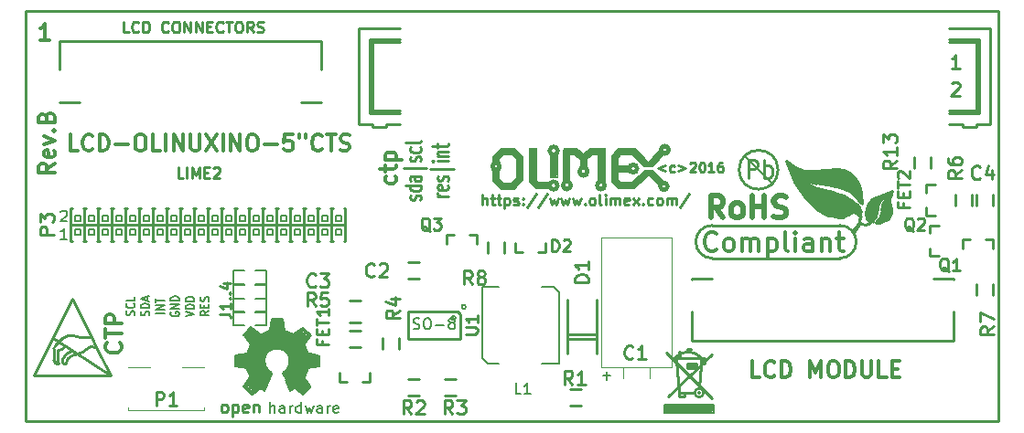
<source format=gbr>
G04 #@! TF.FileFunction,Legend,Top*
%FSLAX46Y46*%
G04 Gerber Fmt 4.6, Leading zero omitted, Abs format (unit mm)*
G04 Created by KiCad (PCBNEW 4.1.0-alpha+201608211231+7083~46~ubuntu16.04.1-product) date Thu Aug 25 09:44:32 2016*
%MOMM*%
%LPD*%
G01*
G04 APERTURE LIST*
%ADD10C,0.600000*%
%ADD11C,0.250000*%
%ADD12C,0.300000*%
%ADD13C,0.175000*%
%ADD14C,0.225000*%
%ADD15C,0.254000*%
%ADD16C,0.100000*%
%ADD17C,0.127000*%
%ADD18C,0.700000*%
%ADD19C,0.400000*%
%ADD20C,0.500000*%
%ADD21C,0.150000*%
%ADD22C,0.200000*%
%ADD23C,0.508000*%
%ADD24C,1.000000*%
%ADD25C,0.370000*%
%ADD26C,0.380000*%
%ADD27C,0.420000*%
%ADD28C,0.203200*%
%ADD29C,0.350000*%
%ADD30C,0.180000*%
G04 APERTURE END LIST*
D10*
D11*
X69523809Y-43952380D02*
X69047619Y-43952380D01*
X69047619Y-42952380D01*
X70428571Y-43857142D02*
X70380952Y-43904761D01*
X70238095Y-43952380D01*
X70142857Y-43952380D01*
X70000000Y-43904761D01*
X69904761Y-43809523D01*
X69857142Y-43714285D01*
X69809523Y-43523809D01*
X69809523Y-43380952D01*
X69857142Y-43190476D01*
X69904761Y-43095238D01*
X70000000Y-43000000D01*
X70142857Y-42952380D01*
X70238095Y-42952380D01*
X70380952Y-43000000D01*
X70428571Y-43047619D01*
X70857142Y-43952380D02*
X70857142Y-42952380D01*
X71095238Y-42952380D01*
X71238095Y-43000000D01*
X71333333Y-43095238D01*
X71380952Y-43190476D01*
X71428571Y-43380952D01*
X71428571Y-43523809D01*
X71380952Y-43714285D01*
X71333333Y-43809523D01*
X71238095Y-43904761D01*
X71095238Y-43952380D01*
X70857142Y-43952380D01*
X73190476Y-43857142D02*
X73142857Y-43904761D01*
X73000000Y-43952380D01*
X72904761Y-43952380D01*
X72761904Y-43904761D01*
X72666666Y-43809523D01*
X72619047Y-43714285D01*
X72571428Y-43523809D01*
X72571428Y-43380952D01*
X72619047Y-43190476D01*
X72666666Y-43095238D01*
X72761904Y-43000000D01*
X72904761Y-42952380D01*
X73000000Y-42952380D01*
X73142857Y-43000000D01*
X73190476Y-43047619D01*
X73809523Y-42952380D02*
X74000000Y-42952380D01*
X74095238Y-43000000D01*
X74190476Y-43095238D01*
X74238095Y-43285714D01*
X74238095Y-43619047D01*
X74190476Y-43809523D01*
X74095238Y-43904761D01*
X74000000Y-43952380D01*
X73809523Y-43952380D01*
X73714285Y-43904761D01*
X73619047Y-43809523D01*
X73571428Y-43619047D01*
X73571428Y-43285714D01*
X73619047Y-43095238D01*
X73714285Y-43000000D01*
X73809523Y-42952380D01*
X74666666Y-43952380D02*
X74666666Y-42952380D01*
X75238095Y-43952380D01*
X75238095Y-42952380D01*
X75714285Y-43952380D02*
X75714285Y-42952380D01*
X76285714Y-43952380D01*
X76285714Y-42952380D01*
X76761904Y-43428571D02*
X77095238Y-43428571D01*
X77238095Y-43952380D02*
X76761904Y-43952380D01*
X76761904Y-42952380D01*
X77238095Y-42952380D01*
X78238095Y-43857142D02*
X78190476Y-43904761D01*
X78047619Y-43952380D01*
X77952380Y-43952380D01*
X77809523Y-43904761D01*
X77714285Y-43809523D01*
X77666666Y-43714285D01*
X77619047Y-43523809D01*
X77619047Y-43380952D01*
X77666666Y-43190476D01*
X77714285Y-43095238D01*
X77809523Y-43000000D01*
X77952380Y-42952380D01*
X78047619Y-42952380D01*
X78190476Y-43000000D01*
X78238095Y-43047619D01*
X78523809Y-42952380D02*
X79095238Y-42952380D01*
X78809523Y-43952380D02*
X78809523Y-42952380D01*
X79619047Y-42952380D02*
X79809523Y-42952380D01*
X79904761Y-43000000D01*
X80000000Y-43095238D01*
X80047619Y-43285714D01*
X80047619Y-43619047D01*
X80000000Y-43809523D01*
X79904761Y-43904761D01*
X79809523Y-43952380D01*
X79619047Y-43952380D01*
X79523809Y-43904761D01*
X79428571Y-43809523D01*
X79380952Y-43619047D01*
X79380952Y-43285714D01*
X79428571Y-43095238D01*
X79523809Y-43000000D01*
X79619047Y-42952380D01*
X81047619Y-43952380D02*
X80714285Y-43476190D01*
X80476190Y-43952380D02*
X80476190Y-42952380D01*
X80857142Y-42952380D01*
X80952380Y-43000000D01*
X81000000Y-43047619D01*
X81047619Y-43142857D01*
X81047619Y-43285714D01*
X81000000Y-43380952D01*
X80952380Y-43428571D01*
X80857142Y-43476190D01*
X80476190Y-43476190D01*
X81428571Y-43904761D02*
X81571428Y-43952380D01*
X81809523Y-43952380D01*
X81904761Y-43904761D01*
X81952380Y-43857142D01*
X82000000Y-43761904D01*
X82000000Y-43666666D01*
X81952380Y-43571428D01*
X81904761Y-43523809D01*
X81809523Y-43476190D01*
X81619047Y-43428571D01*
X81523809Y-43380952D01*
X81476190Y-43333333D01*
X81428571Y-43238095D01*
X81428571Y-43142857D01*
X81476190Y-43047619D01*
X81523809Y-43000000D01*
X81619047Y-42952380D01*
X81857142Y-42952380D01*
X82000000Y-43000000D01*
D12*
X127928571Y-75928571D02*
X127214285Y-75928571D01*
X127214285Y-74428571D01*
X129285714Y-75785714D02*
X129214285Y-75857142D01*
X129000000Y-75928571D01*
X128857142Y-75928571D01*
X128642857Y-75857142D01*
X128500000Y-75714285D01*
X128428571Y-75571428D01*
X128357142Y-75285714D01*
X128357142Y-75071428D01*
X128428571Y-74785714D01*
X128500000Y-74642857D01*
X128642857Y-74500000D01*
X128857142Y-74428571D01*
X129000000Y-74428571D01*
X129214285Y-74500000D01*
X129285714Y-74571428D01*
X129928571Y-75928571D02*
X129928571Y-74428571D01*
X130285714Y-74428571D01*
X130500000Y-74500000D01*
X130642857Y-74642857D01*
X130714285Y-74785714D01*
X130785714Y-75071428D01*
X130785714Y-75285714D01*
X130714285Y-75571428D01*
X130642857Y-75714285D01*
X130500000Y-75857142D01*
X130285714Y-75928571D01*
X129928571Y-75928571D01*
X132571428Y-75928571D02*
X132571428Y-74428571D01*
X133071428Y-75500000D01*
X133571428Y-74428571D01*
X133571428Y-75928571D01*
X134571428Y-74428571D02*
X134857142Y-74428571D01*
X135000000Y-74500000D01*
X135142857Y-74642857D01*
X135214285Y-74928571D01*
X135214285Y-75428571D01*
X135142857Y-75714285D01*
X135000000Y-75857142D01*
X134857142Y-75928571D01*
X134571428Y-75928571D01*
X134428571Y-75857142D01*
X134285714Y-75714285D01*
X134214285Y-75428571D01*
X134214285Y-74928571D01*
X134285714Y-74642857D01*
X134428571Y-74500000D01*
X134571428Y-74428571D01*
X135857142Y-75928571D02*
X135857142Y-74428571D01*
X136214285Y-74428571D01*
X136428571Y-74500000D01*
X136571428Y-74642857D01*
X136642857Y-74785714D01*
X136714285Y-75071428D01*
X136714285Y-75285714D01*
X136642857Y-75571428D01*
X136571428Y-75714285D01*
X136428571Y-75857142D01*
X136214285Y-75928571D01*
X135857142Y-75928571D01*
X137357142Y-74428571D02*
X137357142Y-75642857D01*
X137428571Y-75785714D01*
X137500000Y-75857142D01*
X137642857Y-75928571D01*
X137928571Y-75928571D01*
X138071428Y-75857142D01*
X138142857Y-75785714D01*
X138214285Y-75642857D01*
X138214285Y-74428571D01*
X139642857Y-75928571D02*
X138928571Y-75928571D01*
X138928571Y-74428571D01*
X140142857Y-75142857D02*
X140642857Y-75142857D01*
X140857142Y-75928571D02*
X140142857Y-75928571D01*
X140142857Y-74428571D01*
X140857142Y-74428571D01*
D11*
X77952380Y-70035714D02*
X78666666Y-70035714D01*
X78809523Y-70083333D01*
X78904761Y-70178571D01*
X78952380Y-70321428D01*
X78952380Y-70416666D01*
X78952380Y-69035714D02*
X78952380Y-69607142D01*
X78952380Y-69321428D02*
X77952380Y-69321428D01*
X78095238Y-69416666D01*
X78190476Y-69511904D01*
X78238095Y-69607142D01*
X78857142Y-68607142D02*
X78904761Y-68559523D01*
X78952380Y-68607142D01*
X78904761Y-68654761D01*
X78857142Y-68607142D01*
X78952380Y-68607142D01*
X78857142Y-68130952D02*
X78904761Y-68083333D01*
X78952380Y-68130952D01*
X78904761Y-68178571D01*
X78857142Y-68130952D01*
X78952380Y-68130952D01*
X78285714Y-67226190D02*
X78952380Y-67226190D01*
X77904761Y-67464285D02*
X78619047Y-67702380D01*
X78619047Y-67083333D01*
D12*
X94206142Y-57265000D02*
X94277571Y-57407857D01*
X94277571Y-57693571D01*
X94206142Y-57836428D01*
X94134714Y-57907857D01*
X93991857Y-57979285D01*
X93563285Y-57979285D01*
X93420428Y-57907857D01*
X93349000Y-57836428D01*
X93277571Y-57693571D01*
X93277571Y-57407857D01*
X93349000Y-57265000D01*
X93277571Y-56836428D02*
X93277571Y-56265000D01*
X92777571Y-56622142D02*
X94063285Y-56622142D01*
X94206142Y-56550714D01*
X94277571Y-56407857D01*
X94277571Y-56265000D01*
X93277571Y-55765000D02*
X94777571Y-55765000D01*
X93349000Y-55765000D02*
X93277571Y-55622142D01*
X93277571Y-55336428D01*
X93349000Y-55193571D01*
X93420428Y-55122142D01*
X93563285Y-55050714D01*
X93991857Y-55050714D01*
X94134714Y-55122142D01*
X94206142Y-55193571D01*
X94277571Y-55336428D01*
X94277571Y-55622142D01*
X94206142Y-55765000D01*
D11*
X96512142Y-59459476D02*
X96583571Y-59364238D01*
X96583571Y-59173761D01*
X96512142Y-59078523D01*
X96369285Y-59030904D01*
X96297857Y-59030904D01*
X96155000Y-59078523D01*
X96083571Y-59173761D01*
X96083571Y-59316619D01*
X96012142Y-59411857D01*
X95869285Y-59459476D01*
X95797857Y-59459476D01*
X95655000Y-59411857D01*
X95583571Y-59316619D01*
X95583571Y-59173761D01*
X95655000Y-59078523D01*
X96583571Y-58173761D02*
X95083571Y-58173761D01*
X96512142Y-58173761D02*
X96583571Y-58269000D01*
X96583571Y-58459476D01*
X96512142Y-58554714D01*
X96440714Y-58602333D01*
X96297857Y-58649952D01*
X95869285Y-58649952D01*
X95726428Y-58602333D01*
X95655000Y-58554714D01*
X95583571Y-58459476D01*
X95583571Y-58269000D01*
X95655000Y-58173761D01*
X96583571Y-57269000D02*
X95797857Y-57269000D01*
X95655000Y-57316619D01*
X95583571Y-57411857D01*
X95583571Y-57602333D01*
X95655000Y-57697571D01*
X96512142Y-57269000D02*
X96583571Y-57364238D01*
X96583571Y-57602333D01*
X96512142Y-57697571D01*
X96369285Y-57745190D01*
X96226428Y-57745190D01*
X96083571Y-57697571D01*
X96012142Y-57602333D01*
X96012142Y-57364238D01*
X95940714Y-57269000D01*
X97083571Y-56554714D02*
X94940714Y-56554714D01*
X96512142Y-55888047D02*
X96583571Y-55792809D01*
X96583571Y-55602333D01*
X96512142Y-55507095D01*
X96369285Y-55459476D01*
X96297857Y-55459476D01*
X96155000Y-55507095D01*
X96083571Y-55602333D01*
X96083571Y-55745190D01*
X96012142Y-55840428D01*
X95869285Y-55888047D01*
X95797857Y-55888047D01*
X95655000Y-55840428D01*
X95583571Y-55745190D01*
X95583571Y-55602333D01*
X95655000Y-55507095D01*
X96512142Y-54602333D02*
X96583571Y-54697571D01*
X96583571Y-54888047D01*
X96512142Y-54983285D01*
X96440714Y-55030904D01*
X96297857Y-55078523D01*
X95869285Y-55078523D01*
X95726428Y-55030904D01*
X95655000Y-54983285D01*
X95583571Y-54888047D01*
X95583571Y-54697571D01*
X95655000Y-54602333D01*
X96583571Y-54030904D02*
X96512142Y-54126142D01*
X96369285Y-54173761D01*
X95083571Y-54173761D01*
X99083571Y-59126142D02*
X98083571Y-59126142D01*
X98369285Y-59126142D02*
X98226428Y-59078523D01*
X98155000Y-59030904D01*
X98083571Y-58935666D01*
X98083571Y-58840428D01*
X99012142Y-58126142D02*
X99083571Y-58221380D01*
X99083571Y-58411857D01*
X99012142Y-58507095D01*
X98869285Y-58554714D01*
X98297857Y-58554714D01*
X98155000Y-58507095D01*
X98083571Y-58411857D01*
X98083571Y-58221380D01*
X98155000Y-58126142D01*
X98297857Y-58078523D01*
X98440714Y-58078523D01*
X98583571Y-58554714D01*
X99012142Y-57697571D02*
X99083571Y-57602333D01*
X99083571Y-57411857D01*
X99012142Y-57316619D01*
X98869285Y-57269000D01*
X98797857Y-57269000D01*
X98655000Y-57316619D01*
X98583571Y-57411857D01*
X98583571Y-57554714D01*
X98512142Y-57649952D01*
X98369285Y-57697571D01*
X98297857Y-57697571D01*
X98155000Y-57649952D01*
X98083571Y-57554714D01*
X98083571Y-57411857D01*
X98155000Y-57316619D01*
X99583571Y-56602333D02*
X97440714Y-56602333D01*
X99083571Y-55888047D02*
X98083571Y-55888047D01*
X97583571Y-55888047D02*
X97655000Y-55935666D01*
X97726428Y-55888047D01*
X97655000Y-55840428D01*
X97583571Y-55888047D01*
X97726428Y-55888047D01*
X98083571Y-55411857D02*
X99083571Y-55411857D01*
X98226428Y-55411857D02*
X98155000Y-55364238D01*
X98083571Y-55269000D01*
X98083571Y-55126142D01*
X98155000Y-55030904D01*
X98297857Y-54983285D01*
X99083571Y-54983285D01*
X98083571Y-54649952D02*
X98083571Y-54269000D01*
X97583571Y-54507095D02*
X98869285Y-54507095D01*
X99012142Y-54459476D01*
X99083571Y-54364238D01*
X99083571Y-54269000D01*
D13*
X70038309Y-70175333D02*
X70076404Y-70075333D01*
X70076404Y-69908666D01*
X70038309Y-69842000D01*
X70000214Y-69808666D01*
X69924023Y-69775333D01*
X69847833Y-69775333D01*
X69771642Y-69808666D01*
X69733547Y-69842000D01*
X69695452Y-69908666D01*
X69657357Y-70042000D01*
X69619261Y-70108666D01*
X69581166Y-70142000D01*
X69504976Y-70175333D01*
X69428785Y-70175333D01*
X69352595Y-70142000D01*
X69314500Y-70108666D01*
X69276404Y-70042000D01*
X69276404Y-69875333D01*
X69314500Y-69775333D01*
X70000214Y-69075333D02*
X70038309Y-69108666D01*
X70076404Y-69208666D01*
X70076404Y-69275333D01*
X70038309Y-69375333D01*
X69962119Y-69442000D01*
X69885928Y-69475333D01*
X69733547Y-69508666D01*
X69619261Y-69508666D01*
X69466880Y-69475333D01*
X69390690Y-69442000D01*
X69314500Y-69375333D01*
X69276404Y-69275333D01*
X69276404Y-69208666D01*
X69314500Y-69108666D01*
X69352595Y-69075333D01*
X70076404Y-68442000D02*
X70076404Y-68775333D01*
X69276404Y-68775333D01*
X71413309Y-70192000D02*
X71451404Y-70092000D01*
X71451404Y-69925333D01*
X71413309Y-69858666D01*
X71375214Y-69825333D01*
X71299023Y-69792000D01*
X71222833Y-69792000D01*
X71146642Y-69825333D01*
X71108547Y-69858666D01*
X71070452Y-69925333D01*
X71032357Y-70058666D01*
X70994261Y-70125333D01*
X70956166Y-70158666D01*
X70879976Y-70192000D01*
X70803785Y-70192000D01*
X70727595Y-70158666D01*
X70689500Y-70125333D01*
X70651404Y-70058666D01*
X70651404Y-69892000D01*
X70689500Y-69792000D01*
X71451404Y-69492000D02*
X70651404Y-69492000D01*
X70651404Y-69325333D01*
X70689500Y-69225333D01*
X70765690Y-69158666D01*
X70841880Y-69125333D01*
X70994261Y-69092000D01*
X71108547Y-69092000D01*
X71260928Y-69125333D01*
X71337119Y-69158666D01*
X71413309Y-69225333D01*
X71451404Y-69325333D01*
X71451404Y-69492000D01*
X71222833Y-68825333D02*
X71222833Y-68492000D01*
X71451404Y-68892000D02*
X70651404Y-68658666D01*
X71451404Y-68425333D01*
X72826404Y-69975333D02*
X72026404Y-69975333D01*
X72826404Y-69642000D02*
X72026404Y-69642000D01*
X72826404Y-69242000D01*
X72026404Y-69242000D01*
X72026404Y-69008666D02*
X72026404Y-68608666D01*
X72826404Y-68808666D02*
X72026404Y-68808666D01*
X73439500Y-69875333D02*
X73401404Y-69942000D01*
X73401404Y-70042000D01*
X73439500Y-70142000D01*
X73515690Y-70208666D01*
X73591880Y-70242000D01*
X73744261Y-70275333D01*
X73858547Y-70275333D01*
X74010928Y-70242000D01*
X74087119Y-70208666D01*
X74163309Y-70142000D01*
X74201404Y-70042000D01*
X74201404Y-69975333D01*
X74163309Y-69875333D01*
X74125214Y-69842000D01*
X73858547Y-69842000D01*
X73858547Y-69975333D01*
X74201404Y-69542000D02*
X73401404Y-69542000D01*
X74201404Y-69142000D01*
X73401404Y-69142000D01*
X74201404Y-68808666D02*
X73401404Y-68808666D01*
X73401404Y-68642000D01*
X73439500Y-68542000D01*
X73515690Y-68475333D01*
X73591880Y-68442000D01*
X73744261Y-68408666D01*
X73858547Y-68408666D01*
X74010928Y-68442000D01*
X74087119Y-68475333D01*
X74163309Y-68542000D01*
X74201404Y-68642000D01*
X74201404Y-68808666D01*
X74776404Y-70275333D02*
X75576404Y-70042000D01*
X74776404Y-69808666D01*
X75576404Y-69575333D02*
X74776404Y-69575333D01*
X74776404Y-69408666D01*
X74814500Y-69308666D01*
X74890690Y-69242000D01*
X74966880Y-69208666D01*
X75119261Y-69175333D01*
X75233547Y-69175333D01*
X75385928Y-69208666D01*
X75462119Y-69242000D01*
X75538309Y-69308666D01*
X75576404Y-69408666D01*
X75576404Y-69575333D01*
X75576404Y-68875333D02*
X74776404Y-68875333D01*
X74776404Y-68708666D01*
X74814500Y-68608666D01*
X74890690Y-68542000D01*
X74966880Y-68508666D01*
X75119261Y-68475333D01*
X75233547Y-68475333D01*
X75385928Y-68508666D01*
X75462119Y-68542000D01*
X75538309Y-68608666D01*
X75576404Y-68708666D01*
X75576404Y-68875333D01*
X76951404Y-69775333D02*
X76570452Y-70008666D01*
X76951404Y-70175333D02*
X76151404Y-70175333D01*
X76151404Y-69908666D01*
X76189500Y-69842000D01*
X76227595Y-69808666D01*
X76303785Y-69775333D01*
X76418071Y-69775333D01*
X76494261Y-69808666D01*
X76532357Y-69842000D01*
X76570452Y-69908666D01*
X76570452Y-70175333D01*
X76532357Y-69475333D02*
X76532357Y-69242000D01*
X76951404Y-69142000D02*
X76951404Y-69475333D01*
X76151404Y-69475333D01*
X76151404Y-69142000D01*
X76913309Y-68875333D02*
X76951404Y-68775333D01*
X76951404Y-68608666D01*
X76913309Y-68542000D01*
X76875214Y-68508666D01*
X76799023Y-68475333D01*
X76722833Y-68475333D01*
X76646642Y-68508666D01*
X76608547Y-68542000D01*
X76570452Y-68608666D01*
X76532357Y-68742000D01*
X76494261Y-68808666D01*
X76456166Y-68842000D01*
X76379976Y-68875333D01*
X76303785Y-68875333D01*
X76227595Y-68842000D01*
X76189500Y-68808666D01*
X76151404Y-68742000D01*
X76151404Y-68575333D01*
X76189500Y-68475333D01*
D12*
X68734714Y-72739142D02*
X68806142Y-72810571D01*
X68877571Y-73024857D01*
X68877571Y-73167714D01*
X68806142Y-73382000D01*
X68663285Y-73524857D01*
X68520428Y-73596285D01*
X68234714Y-73667714D01*
X68020428Y-73667714D01*
X67734714Y-73596285D01*
X67591857Y-73524857D01*
X67449000Y-73382000D01*
X67377571Y-73167714D01*
X67377571Y-73024857D01*
X67449000Y-72810571D01*
X67520428Y-72739142D01*
X67377571Y-72310571D02*
X67377571Y-71453428D01*
X68877571Y-71882000D02*
X67377571Y-71882000D01*
X68877571Y-70953428D02*
X67377571Y-70953428D01*
X67377571Y-70382000D01*
X67449000Y-70239142D01*
X67520428Y-70167714D01*
X67663285Y-70096285D01*
X67877571Y-70096285D01*
X68020428Y-70167714D01*
X68091857Y-70239142D01*
X68163285Y-70382000D01*
X68163285Y-70953428D01*
X62178571Y-44678571D02*
X61321428Y-44678571D01*
X61750000Y-44678571D02*
X61750000Y-43178571D01*
X61607142Y-43392857D01*
X61464285Y-43535714D01*
X61321428Y-43607142D01*
X62678571Y-56107142D02*
X61964285Y-56607142D01*
X62678571Y-56964285D02*
X61178571Y-56964285D01*
X61178571Y-56392857D01*
X61250000Y-56250000D01*
X61321428Y-56178571D01*
X61464285Y-56107142D01*
X61678571Y-56107142D01*
X61821428Y-56178571D01*
X61892857Y-56250000D01*
X61964285Y-56392857D01*
X61964285Y-56964285D01*
X62607142Y-54892857D02*
X62678571Y-55035714D01*
X62678571Y-55321428D01*
X62607142Y-55464285D01*
X62464285Y-55535714D01*
X61892857Y-55535714D01*
X61750000Y-55464285D01*
X61678571Y-55321428D01*
X61678571Y-55035714D01*
X61750000Y-54892857D01*
X61892857Y-54821428D01*
X62035714Y-54821428D01*
X62178571Y-55535714D01*
X61678571Y-54321428D02*
X62678571Y-53964285D01*
X61678571Y-53607142D01*
X62535714Y-53035714D02*
X62607142Y-52964285D01*
X62678571Y-53035714D01*
X62607142Y-53107142D01*
X62535714Y-53035714D01*
X62678571Y-53035714D01*
X61892857Y-51821428D02*
X61964285Y-51607142D01*
X62035714Y-51535714D01*
X62178571Y-51464285D01*
X62392857Y-51464285D01*
X62535714Y-51535714D01*
X62607142Y-51607142D01*
X62678571Y-51750000D01*
X62678571Y-52321428D01*
X61178571Y-52321428D01*
X61178571Y-51821428D01*
X61250000Y-51678571D01*
X61321428Y-51607142D01*
X61464285Y-51535714D01*
X61607142Y-51535714D01*
X61750000Y-51607142D01*
X61821428Y-51678571D01*
X61892857Y-51821428D01*
X61892857Y-52321428D01*
D14*
X119185714Y-56307142D02*
X118500000Y-56564285D01*
X119185714Y-56821428D01*
X120000000Y-56864285D02*
X119914285Y-56907142D01*
X119742857Y-56907142D01*
X119657142Y-56864285D01*
X119614285Y-56821428D01*
X119571428Y-56735714D01*
X119571428Y-56478571D01*
X119614285Y-56392857D01*
X119657142Y-56350000D01*
X119742857Y-56307142D01*
X119914285Y-56307142D01*
X120000000Y-56350000D01*
X120385714Y-56307142D02*
X121071428Y-56564285D01*
X120385714Y-56821428D01*
X121457142Y-56092857D02*
X121500000Y-56050000D01*
X121585714Y-56007142D01*
X121800000Y-56007142D01*
X121885714Y-56050000D01*
X121928571Y-56092857D01*
X121971428Y-56178571D01*
X121971428Y-56264285D01*
X121928571Y-56392857D01*
X121414285Y-56907142D01*
X121971428Y-56907142D01*
X122528571Y-56007142D02*
X122614285Y-56007142D01*
X122700000Y-56050000D01*
X122742857Y-56092857D01*
X122785714Y-56178571D01*
X122828571Y-56350000D01*
X122828571Y-56564285D01*
X122785714Y-56735714D01*
X122742857Y-56821428D01*
X122700000Y-56864285D01*
X122614285Y-56907142D01*
X122528571Y-56907142D01*
X122442857Y-56864285D01*
X122400000Y-56821428D01*
X122357142Y-56735714D01*
X122314285Y-56564285D01*
X122314285Y-56350000D01*
X122357142Y-56178571D01*
X122400000Y-56092857D01*
X122442857Y-56050000D01*
X122528571Y-56007142D01*
X123685714Y-56907142D02*
X123171428Y-56907142D01*
X123428571Y-56907142D02*
X123428571Y-56007142D01*
X123342857Y-56135714D01*
X123257142Y-56221428D01*
X123171428Y-56264285D01*
X124457142Y-56007142D02*
X124285714Y-56007142D01*
X124200000Y-56050000D01*
X124157142Y-56092857D01*
X124071428Y-56221428D01*
X124028571Y-56392857D01*
X124028571Y-56735714D01*
X124071428Y-56821428D01*
X124114285Y-56864285D01*
X124200000Y-56907142D01*
X124371428Y-56907142D01*
X124457142Y-56864285D01*
X124500000Y-56821428D01*
X124542857Y-56735714D01*
X124542857Y-56521428D01*
X124500000Y-56435714D01*
X124457142Y-56392857D01*
X124371428Y-56350000D01*
X124200000Y-56350000D01*
X124114285Y-56392857D01*
X124071428Y-56435714D01*
X124028571Y-56521428D01*
D11*
X102250000Y-59952380D02*
X102250000Y-58952380D01*
X102678571Y-59952380D02*
X102678571Y-59428571D01*
X102630952Y-59333333D01*
X102535714Y-59285714D01*
X102392857Y-59285714D01*
X102297619Y-59333333D01*
X102250000Y-59380952D01*
X103011904Y-59285714D02*
X103392857Y-59285714D01*
X103154761Y-58952380D02*
X103154761Y-59809523D01*
X103202380Y-59904761D01*
X103297619Y-59952380D01*
X103392857Y-59952380D01*
X103583333Y-59285714D02*
X103964285Y-59285714D01*
X103726190Y-58952380D02*
X103726190Y-59809523D01*
X103773809Y-59904761D01*
X103869047Y-59952380D01*
X103964285Y-59952380D01*
X104297619Y-59285714D02*
X104297619Y-60285714D01*
X104297619Y-59333333D02*
X104392857Y-59285714D01*
X104583333Y-59285714D01*
X104678571Y-59333333D01*
X104726190Y-59380952D01*
X104773809Y-59476190D01*
X104773809Y-59761904D01*
X104726190Y-59857142D01*
X104678571Y-59904761D01*
X104583333Y-59952380D01*
X104392857Y-59952380D01*
X104297619Y-59904761D01*
X105154761Y-59904761D02*
X105250000Y-59952380D01*
X105440476Y-59952380D01*
X105535714Y-59904761D01*
X105583333Y-59809523D01*
X105583333Y-59761904D01*
X105535714Y-59666666D01*
X105440476Y-59619047D01*
X105297619Y-59619047D01*
X105202380Y-59571428D01*
X105154761Y-59476190D01*
X105154761Y-59428571D01*
X105202380Y-59333333D01*
X105297619Y-59285714D01*
X105440476Y-59285714D01*
X105535714Y-59333333D01*
X106011904Y-59857142D02*
X106059523Y-59904761D01*
X106011904Y-59952380D01*
X105964285Y-59904761D01*
X106011904Y-59857142D01*
X106011904Y-59952380D01*
X106011904Y-59333333D02*
X106059523Y-59380952D01*
X106011904Y-59428571D01*
X105964285Y-59380952D01*
X106011904Y-59333333D01*
X106011904Y-59428571D01*
X107202380Y-58904761D02*
X106345238Y-60190476D01*
X108250000Y-58904761D02*
X107392857Y-60190476D01*
X108488095Y-59285714D02*
X108678571Y-59952380D01*
X108869047Y-59476190D01*
X109059523Y-59952380D01*
X109250000Y-59285714D01*
X109535714Y-59285714D02*
X109726190Y-59952380D01*
X109916666Y-59476190D01*
X110107142Y-59952380D01*
X110297619Y-59285714D01*
X110583333Y-59285714D02*
X110773809Y-59952380D01*
X110964285Y-59476190D01*
X111154761Y-59952380D01*
X111345238Y-59285714D01*
X111726190Y-59857142D02*
X111773809Y-59904761D01*
X111726190Y-59952380D01*
X111678571Y-59904761D01*
X111726190Y-59857142D01*
X111726190Y-59952380D01*
X112345238Y-59952380D02*
X112250000Y-59904761D01*
X112202380Y-59857142D01*
X112154761Y-59761904D01*
X112154761Y-59476190D01*
X112202380Y-59380952D01*
X112250000Y-59333333D01*
X112345238Y-59285714D01*
X112488095Y-59285714D01*
X112583333Y-59333333D01*
X112630952Y-59380952D01*
X112678571Y-59476190D01*
X112678571Y-59761904D01*
X112630952Y-59857142D01*
X112583333Y-59904761D01*
X112488095Y-59952380D01*
X112345238Y-59952380D01*
X113250000Y-59952380D02*
X113154761Y-59904761D01*
X113107142Y-59809523D01*
X113107142Y-58952380D01*
X113630952Y-59952380D02*
X113630952Y-59285714D01*
X113630952Y-58952380D02*
X113583333Y-59000000D01*
X113630952Y-59047619D01*
X113678571Y-59000000D01*
X113630952Y-58952380D01*
X113630952Y-59047619D01*
X114107142Y-59952380D02*
X114107142Y-59285714D01*
X114107142Y-59380952D02*
X114154761Y-59333333D01*
X114250000Y-59285714D01*
X114392857Y-59285714D01*
X114488095Y-59333333D01*
X114535714Y-59428571D01*
X114535714Y-59952380D01*
X114535714Y-59428571D02*
X114583333Y-59333333D01*
X114678571Y-59285714D01*
X114821428Y-59285714D01*
X114916666Y-59333333D01*
X114964285Y-59428571D01*
X114964285Y-59952380D01*
X115821428Y-59904761D02*
X115726190Y-59952380D01*
X115535714Y-59952380D01*
X115440476Y-59904761D01*
X115392857Y-59809523D01*
X115392857Y-59428571D01*
X115440476Y-59333333D01*
X115535714Y-59285714D01*
X115726190Y-59285714D01*
X115821428Y-59333333D01*
X115869047Y-59428571D01*
X115869047Y-59523809D01*
X115392857Y-59619047D01*
X116202380Y-59952380D02*
X116726190Y-59285714D01*
X116202380Y-59285714D02*
X116726190Y-59952380D01*
X117107142Y-59857142D02*
X117154761Y-59904761D01*
X117107142Y-59952380D01*
X117059523Y-59904761D01*
X117107142Y-59857142D01*
X117107142Y-59952380D01*
X118011904Y-59904761D02*
X117916666Y-59952380D01*
X117726190Y-59952380D01*
X117630952Y-59904761D01*
X117583333Y-59857142D01*
X117535714Y-59761904D01*
X117535714Y-59476190D01*
X117583333Y-59380952D01*
X117630952Y-59333333D01*
X117726190Y-59285714D01*
X117916666Y-59285714D01*
X118011904Y-59333333D01*
X118583333Y-59952380D02*
X118488095Y-59904761D01*
X118440476Y-59857142D01*
X118392857Y-59761904D01*
X118392857Y-59476190D01*
X118440476Y-59380952D01*
X118488095Y-59333333D01*
X118583333Y-59285714D01*
X118726190Y-59285714D01*
X118821428Y-59333333D01*
X118869047Y-59380952D01*
X118916666Y-59476190D01*
X118916666Y-59761904D01*
X118869047Y-59857142D01*
X118821428Y-59904761D01*
X118726190Y-59952380D01*
X118583333Y-59952380D01*
X119345238Y-59952380D02*
X119345238Y-59285714D01*
X119345238Y-59380952D02*
X119392857Y-59333333D01*
X119488095Y-59285714D01*
X119630952Y-59285714D01*
X119726190Y-59333333D01*
X119773809Y-59428571D01*
X119773809Y-59952380D01*
X119773809Y-59428571D02*
X119821428Y-59333333D01*
X119916666Y-59285714D01*
X120059523Y-59285714D01*
X120154761Y-59333333D01*
X120202380Y-59428571D01*
X120202380Y-59952380D01*
X121392857Y-58904761D02*
X120535714Y-60190476D01*
D12*
X64821428Y-54928571D02*
X64107142Y-54928571D01*
X64107142Y-53428571D01*
X66178571Y-54785714D02*
X66107142Y-54857142D01*
X65892857Y-54928571D01*
X65750000Y-54928571D01*
X65535714Y-54857142D01*
X65392857Y-54714285D01*
X65321428Y-54571428D01*
X65250000Y-54285714D01*
X65250000Y-54071428D01*
X65321428Y-53785714D01*
X65392857Y-53642857D01*
X65535714Y-53500000D01*
X65750000Y-53428571D01*
X65892857Y-53428571D01*
X66107142Y-53500000D01*
X66178571Y-53571428D01*
X66821428Y-54928571D02*
X66821428Y-53428571D01*
X67178571Y-53428571D01*
X67392857Y-53500000D01*
X67535714Y-53642857D01*
X67607142Y-53785714D01*
X67678571Y-54071428D01*
X67678571Y-54285714D01*
X67607142Y-54571428D01*
X67535714Y-54714285D01*
X67392857Y-54857142D01*
X67178571Y-54928571D01*
X66821428Y-54928571D01*
X68321428Y-54357142D02*
X69464285Y-54357142D01*
X70464285Y-53428571D02*
X70750000Y-53428571D01*
X70892857Y-53500000D01*
X71035714Y-53642857D01*
X71107142Y-53928571D01*
X71107142Y-54428571D01*
X71035714Y-54714285D01*
X70892857Y-54857142D01*
X70750000Y-54928571D01*
X70464285Y-54928571D01*
X70321428Y-54857142D01*
X70178571Y-54714285D01*
X70107142Y-54428571D01*
X70107142Y-53928571D01*
X70178571Y-53642857D01*
X70321428Y-53500000D01*
X70464285Y-53428571D01*
X72464285Y-54928571D02*
X71750000Y-54928571D01*
X71750000Y-53428571D01*
X72964285Y-54928571D02*
X72964285Y-53428571D01*
X73678571Y-54928571D02*
X73678571Y-53428571D01*
X74535714Y-54928571D01*
X74535714Y-53428571D01*
X75250000Y-53428571D02*
X75250000Y-54642857D01*
X75321428Y-54785714D01*
X75392857Y-54857142D01*
X75535714Y-54928571D01*
X75821428Y-54928571D01*
X75964285Y-54857142D01*
X76035714Y-54785714D01*
X76107142Y-54642857D01*
X76107142Y-53428571D01*
X76678571Y-53428571D02*
X77678571Y-54928571D01*
X77678571Y-53428571D02*
X76678571Y-54928571D01*
X78250000Y-54928571D02*
X78250000Y-53428571D01*
X78964285Y-54928571D02*
X78964285Y-53428571D01*
X79821428Y-54928571D01*
X79821428Y-53428571D01*
X80821428Y-53428571D02*
X81107142Y-53428571D01*
X81250000Y-53500000D01*
X81392857Y-53642857D01*
X81464285Y-53928571D01*
X81464285Y-54428571D01*
X81392857Y-54714285D01*
X81250000Y-54857142D01*
X81107142Y-54928571D01*
X80821428Y-54928571D01*
X80678571Y-54857142D01*
X80535714Y-54714285D01*
X80464285Y-54428571D01*
X80464285Y-53928571D01*
X80535714Y-53642857D01*
X80678571Y-53500000D01*
X80821428Y-53428571D01*
X82107142Y-54357142D02*
X83250000Y-54357142D01*
X84678571Y-53428571D02*
X83964285Y-53428571D01*
X83892857Y-54142857D01*
X83964285Y-54071428D01*
X84107142Y-54000000D01*
X84464285Y-54000000D01*
X84607142Y-54071428D01*
X84678571Y-54142857D01*
X84750000Y-54285714D01*
X84750000Y-54642857D01*
X84678571Y-54785714D01*
X84607142Y-54857142D01*
X84464285Y-54928571D01*
X84107142Y-54928571D01*
X83964285Y-54857142D01*
X83892857Y-54785714D01*
X85321428Y-53428571D02*
X85321428Y-53714285D01*
X85892857Y-53428571D02*
X85892857Y-53714285D01*
X87392857Y-54785714D02*
X87321428Y-54857142D01*
X87107142Y-54928571D01*
X86964285Y-54928571D01*
X86750000Y-54857142D01*
X86607142Y-54714285D01*
X86535714Y-54571428D01*
X86464285Y-54285714D01*
X86464285Y-54071428D01*
X86535714Y-53785714D01*
X86607142Y-53642857D01*
X86750000Y-53500000D01*
X86964285Y-53428571D01*
X87107142Y-53428571D01*
X87321428Y-53500000D01*
X87392857Y-53571428D01*
X87821428Y-53428571D02*
X88678571Y-53428571D01*
X88250000Y-54928571D02*
X88250000Y-53428571D01*
X89107142Y-54857142D02*
X89321428Y-54928571D01*
X89678571Y-54928571D01*
X89821428Y-54857142D01*
X89892857Y-54785714D01*
X89964285Y-54642857D01*
X89964285Y-54500000D01*
X89892857Y-54357142D01*
X89821428Y-54285714D01*
X89678571Y-54214285D01*
X89392857Y-54142857D01*
X89250000Y-54071428D01*
X89178571Y-54000000D01*
X89107142Y-53857142D01*
X89107142Y-53714285D01*
X89178571Y-53571428D01*
X89250000Y-53500000D01*
X89392857Y-53428571D01*
X89750000Y-53428571D01*
X89964285Y-53500000D01*
D11*
X74571428Y-57452380D02*
X74095238Y-57452380D01*
X74095238Y-56452380D01*
X74904761Y-57452380D02*
X74904761Y-56452380D01*
X75380952Y-57452380D02*
X75380952Y-56452380D01*
X75714285Y-57166666D01*
X76047619Y-56452380D01*
X76047619Y-57452380D01*
X76523809Y-56928571D02*
X76857142Y-56928571D01*
X77000000Y-57452380D02*
X76523809Y-57452380D01*
X76523809Y-56452380D01*
X77000000Y-56452380D01*
X77380952Y-56547619D02*
X77428571Y-56500000D01*
X77523809Y-56452380D01*
X77761904Y-56452380D01*
X77857142Y-56500000D01*
X77904761Y-56547619D01*
X77952380Y-56642857D01*
X77952380Y-56738095D01*
X77904761Y-56880952D01*
X77333333Y-57452380D01*
X77952380Y-57452380D01*
D15*
X60000000Y-42000000D02*
X60000000Y-80000000D01*
X150000000Y-42000000D02*
X60000000Y-42000000D01*
X150000000Y-80000000D02*
X150000000Y-42000000D01*
X60000000Y-80000000D02*
X150000000Y-80000000D01*
D16*
X117750000Y-74970000D02*
X117750000Y-75970000D01*
X115250000Y-74970000D02*
X115250000Y-75970000D01*
X113250000Y-62970000D02*
X113250000Y-74970000D01*
X119750000Y-62970000D02*
X113250000Y-62970000D01*
X119750000Y-74970000D02*
X119750000Y-62970000D01*
X113250000Y-74970000D02*
X119750000Y-74970000D01*
D17*
X108798000Y-67564000D02*
X107750000Y-67564000D01*
X102194000Y-67564000D02*
X102194000Y-74168000D01*
X102194000Y-74168000D02*
X102702000Y-74676000D01*
X107750000Y-74676000D02*
X109306000Y-74676000D01*
X109306000Y-74676000D02*
X109306000Y-68072000D01*
X109306000Y-68072000D02*
X108798000Y-67564000D01*
X102702000Y-74676000D02*
X103750000Y-74676000D01*
X103750000Y-67564000D02*
X102194000Y-67564000D01*
D15*
X96393000Y-65278000D02*
X95377000Y-65278000D01*
X96393000Y-66802000D02*
X95377000Y-66802000D01*
X89932000Y-70866000D02*
X90948000Y-70866000D01*
X89932000Y-68834000D02*
X90948000Y-68834000D01*
X110150000Y-71940000D02*
X112850000Y-71940000D01*
X110150000Y-68750000D02*
X110150000Y-73750000D01*
X110150000Y-72380000D02*
X112850000Y-72380000D01*
X112850000Y-73750000D02*
X112850000Y-68750000D01*
X107388660Y-64302640D02*
X108099860Y-64302640D01*
X108099860Y-63464440D02*
X108099860Y-64302640D01*
X105255060Y-63464440D02*
X105255060Y-64302640D01*
X105255060Y-64302640D02*
X105966260Y-64302640D01*
X91148660Y-76367640D02*
X91859860Y-76367640D01*
X91859860Y-75529440D02*
X91859860Y-76367640D01*
X89015060Y-75529440D02*
X89015060Y-76367640D01*
X89015060Y-76367640D02*
X89726260Y-76367640D01*
X143291560Y-60211200D02*
X143291560Y-60922400D01*
X144129760Y-60922400D02*
X143291560Y-60922400D01*
X144129760Y-58077600D02*
X143291560Y-58077600D01*
X143291560Y-58077600D02*
X143291560Y-58788800D01*
X87350000Y-50450000D02*
X85500000Y-50450000D01*
X65000000Y-50450000D02*
X63150000Y-50450000D01*
X63150000Y-50450000D02*
X63150000Y-50410000D01*
X63150000Y-47410000D02*
X63150000Y-44750000D01*
X63150000Y-44750000D02*
X87350000Y-44750000D01*
X87350000Y-44750000D02*
X87350000Y-47410000D01*
X87350000Y-50410000D02*
X87350000Y-50450000D01*
X121650000Y-66800000D02*
X123500000Y-66800000D01*
X144000000Y-66800000D02*
X145850000Y-66800000D01*
X145850000Y-66800000D02*
X145850000Y-66840000D01*
X145850000Y-69840000D02*
X145850000Y-72500000D01*
X145850000Y-72500000D02*
X121650000Y-72500000D01*
X121650000Y-72500000D02*
X121650000Y-69840000D01*
X121650000Y-66840000D02*
X121650000Y-66800000D01*
X147370800Y-63115000D02*
X146659600Y-63115000D01*
X146659600Y-63953200D02*
X146659600Y-63115000D01*
X149504400Y-63953200D02*
X149504400Y-63115000D01*
X149504400Y-63115000D02*
X148793200Y-63115000D01*
X143615000Y-63961200D02*
X143615000Y-64672400D01*
X144453200Y-64672400D02*
X143615000Y-64672400D01*
X144453200Y-61827600D02*
X143615000Y-61827600D01*
X143615000Y-61827600D02*
X143615000Y-62538800D01*
X99621340Y-62697360D02*
X98910140Y-62697360D01*
X98910140Y-63535560D02*
X98910140Y-62697360D01*
X101754940Y-63535560D02*
X101754940Y-62697360D01*
X101754940Y-62697360D02*
X101043740Y-62697360D01*
X111414000Y-76978000D02*
X110398000Y-76978000D01*
X111414000Y-78502000D02*
X110398000Y-78502000D01*
X95377000Y-77597000D02*
X96393000Y-77597000D01*
X95377000Y-76073000D02*
X96393000Y-76073000D01*
X98806000Y-77597000D02*
X99822000Y-77597000D01*
X98806000Y-76073000D02*
X99822000Y-76073000D01*
X94512000Y-73258000D02*
X94512000Y-72242000D01*
X92988000Y-73258000D02*
X92988000Y-72242000D01*
X89932000Y-73152000D02*
X90948000Y-73152000D01*
X89932000Y-71628000D02*
X90948000Y-71628000D01*
X146050000Y-58992000D02*
X146050000Y-60008000D01*
X147574000Y-58992000D02*
X147574000Y-60008000D01*
X147988000Y-67242000D02*
X147988000Y-68258000D01*
X149512000Y-67242000D02*
X149512000Y-68258000D01*
X104267000Y-64389000D02*
X104267000Y-63373000D01*
X102743000Y-64389000D02*
X102743000Y-63373000D01*
D17*
X100712986Y-69396300D02*
G75*
G03X100712986Y-69396300I-197566J0D01*
G01*
D15*
X95392240Y-72324920D02*
X95392240Y-69795080D01*
X95392240Y-69795080D02*
X99923600Y-69795080D01*
X99923600Y-69795080D02*
X100187760Y-70061780D01*
X100187760Y-70061780D02*
X100187760Y-72324920D01*
X100187760Y-72324920D02*
X95392240Y-72324920D01*
D17*
X99765566Y-70425000D02*
G75*
G03X99765566Y-70425000I-197566J0D01*
G01*
D15*
X92315000Y-44700000D02*
X91915000Y-44700000D01*
X148115000Y-44700000D02*
X147715000Y-44700000D01*
X148115000Y-51300000D02*
X147715000Y-51300000D01*
X92315000Y-51300000D02*
X91915000Y-51300000D01*
X147955000Y-51175000D02*
X145415000Y-51175000D01*
X94615000Y-51175000D02*
X92075000Y-51175000D01*
X92075000Y-44825000D02*
X92075000Y-51175000D01*
X147955000Y-51175000D02*
X147955000Y-44825000D01*
X149225000Y-52445000D02*
X147955000Y-52445000D01*
X90805000Y-43555000D02*
X94615000Y-43555000D01*
X90805000Y-43555000D02*
X90805000Y-52445000D01*
X149225000Y-52445000D02*
X149225000Y-43555000D01*
X92075000Y-52445000D02*
X92075000Y-52699000D01*
X92075000Y-52699000D02*
X93345000Y-52699000D01*
X93345000Y-52445000D02*
X93345000Y-52699000D01*
X92075000Y-52445000D02*
X90805000Y-52445000D01*
X94615000Y-52445000D02*
X93345000Y-52445000D01*
X146685000Y-52699000D02*
X147955000Y-52699000D01*
X147955000Y-52699000D02*
X147955000Y-52445000D01*
X146685000Y-52699000D02*
X146685000Y-52445000D01*
X146685000Y-52445000D02*
X145415000Y-52445000D01*
X92075000Y-44825000D02*
X94615000Y-44825000D01*
X94615000Y-44571000D02*
X91821000Y-44571000D01*
X91821000Y-44571000D02*
X91821000Y-51429000D01*
X91821000Y-51429000D02*
X94615000Y-51429000D01*
X145415000Y-51429000D02*
X148209000Y-51429000D01*
X148209000Y-51429000D02*
X148209000Y-44571000D01*
X148209000Y-44571000D02*
X145415000Y-44571000D01*
X149225000Y-43555000D02*
X145415000Y-43555000D01*
X145415000Y-44825000D02*
X147955000Y-44825000D01*
X147988000Y-58992000D02*
X147988000Y-60008000D01*
X149512000Y-58992000D02*
X149512000Y-60008000D01*
X143762000Y-56508000D02*
X143762000Y-55492000D01*
X142238000Y-56508000D02*
X142238000Y-55492000D01*
D16*
X114916300Y-54671200D02*
X116287900Y-54671200D01*
X116287900Y-54671200D02*
X116338700Y-54671200D01*
X116338700Y-54671200D02*
X117596000Y-55915800D01*
X113392300Y-54785500D02*
X113493900Y-54785500D01*
X113544700Y-54722000D02*
X113544700Y-54709300D01*
X113544700Y-54709300D02*
X112249300Y-54709300D01*
X112249300Y-54709300D02*
X112223900Y-54709300D01*
X112223900Y-54709300D02*
X111601600Y-55204600D01*
X113544700Y-57731900D02*
X113544700Y-54722000D01*
X109887100Y-54772800D02*
X109810900Y-54772800D01*
X109734700Y-54709300D02*
X110979300Y-54709300D01*
X110979300Y-54709300D02*
X111563500Y-55191900D01*
X109734700Y-57706500D02*
X109734700Y-54722000D01*
X108998100Y-57300100D02*
X109087000Y-57300100D01*
X108655200Y-57300100D02*
X108591700Y-57300100D01*
X108515500Y-57363600D02*
X109125100Y-57363600D01*
X109125100Y-57363600D02*
X109150500Y-57363600D01*
X109150500Y-57363600D02*
X109150500Y-55344300D01*
X108515500Y-55344300D02*
X108515500Y-57363600D01*
X107016900Y-54734700D02*
X107131200Y-54734700D01*
X106889900Y-54658500D02*
X107194700Y-54658500D01*
X107194700Y-54658500D02*
X107194700Y-57693800D01*
X106712100Y-54747400D02*
X106648600Y-54734700D01*
X106597800Y-54658500D02*
X106585100Y-54658500D01*
X106585100Y-54658500D02*
X106572400Y-54658500D01*
X106572400Y-54658500D02*
X106572400Y-57808100D01*
X106877200Y-54658500D02*
X106597800Y-54658500D01*
D18*
X106877200Y-57731900D02*
X106877200Y-55001400D01*
X113214500Y-55014100D02*
X113214500Y-57617600D01*
X105099200Y-55001400D02*
X104095900Y-55001400D01*
X105721500Y-55611000D02*
X105721500Y-57541400D01*
X103499000Y-55649100D02*
X103499000Y-55890400D01*
X103499000Y-57617600D02*
X104083200Y-58189100D01*
X103511700Y-57630300D02*
X103511700Y-56868300D01*
X104070500Y-58189100D02*
X105111900Y-58189100D01*
D19*
X116558659Y-56576200D02*
G75*
G03X116558659Y-56576200I-359659J0D01*
G01*
D18*
X115691000Y-56576200D02*
X114471800Y-56576200D01*
D19*
X119492135Y-54836300D02*
G75*
G03X119492135Y-54836300I-359435J0D01*
G01*
D18*
X118764400Y-55191900D02*
X117900800Y-56085600D01*
D20*
X117342000Y-56182500D02*
X117900800Y-56182500D01*
D18*
X116224400Y-55001400D02*
X117316600Y-56068200D01*
X115002500Y-55001400D02*
X116224400Y-55001400D01*
X114471800Y-55484000D02*
X114954400Y-54976000D01*
X114471800Y-55509400D02*
X114471800Y-57744600D01*
X114471800Y-57744600D02*
X114903600Y-58176400D01*
X114903600Y-58176400D02*
X116224400Y-58176400D01*
X116224400Y-58176400D02*
X117367400Y-57058800D01*
D20*
X117367400Y-56957200D02*
X117900800Y-56957200D01*
D18*
X118713600Y-57871600D02*
X117875400Y-57058800D01*
D19*
X119373266Y-58227200D02*
G75*
G03X119373266Y-58227200I-329466J0D01*
G01*
X113577729Y-58138300D02*
G75*
G03X113577729Y-58138300I-363229J0D01*
G01*
D18*
X112312800Y-55026800D02*
X113201800Y-55026800D01*
D19*
X111972518Y-56855600D02*
G75*
G03X111972518Y-56855600I-370918J0D01*
G01*
D18*
X111677800Y-55534800D02*
X112312800Y-55026800D01*
X111601600Y-56322200D02*
X111601600Y-55611000D01*
X110890400Y-55026800D02*
X111500000Y-55534800D01*
X110052200Y-55026800D02*
X110890400Y-55026800D01*
X110052200Y-57617600D02*
X110052200Y-55026800D01*
D19*
X110424559Y-58125600D02*
G75*
G03X110424559Y-58125600I-359659J0D01*
G01*
X109219218Y-54925200D02*
G75*
G03X109219218Y-54925200I-373518J0D01*
G01*
D18*
X108833000Y-55458600D02*
X108833000Y-57058800D01*
D19*
X109199324Y-58151000D02*
G75*
G03X109199324Y-58151000I-366324J0D01*
G01*
D18*
X108320200Y-58176400D02*
X107334400Y-58176400D01*
X107334400Y-58176400D02*
X106877200Y-57719200D01*
X105708800Y-57579500D02*
X105150000Y-58163700D01*
X105099200Y-55014100D02*
X105734200Y-55623700D01*
X103499000Y-55598300D02*
X104007000Y-55090300D01*
D19*
X103849147Y-56373000D02*
G75*
G03X103849147Y-56373000I-337447J0D01*
G01*
D17*
X122429000Y-77345000D02*
G75*
G03X122429000Y-77345000I-127000J0D01*
G01*
D15*
X122429000Y-74043000D02*
G75*
G03X120143000Y-74043000I-1143000J-1143000D01*
G01*
X121159000Y-73281000D02*
X121159000Y-73408000D01*
X121159000Y-73408000D02*
X121540000Y-73408000D01*
X121540000Y-73408000D02*
X121540000Y-73281000D01*
X121540000Y-73281000D02*
X121159000Y-73281000D01*
X121286000Y-74805000D02*
X121921000Y-74805000D01*
X121159000Y-74678000D02*
X122048000Y-74678000D01*
X122048000Y-74678000D02*
X122048000Y-75059000D01*
X122048000Y-75059000D02*
X121159000Y-75059000D01*
X121159000Y-75059000D02*
X121159000Y-74678000D01*
X122556000Y-74678000D02*
X122556000Y-74297000D01*
X122556000Y-74297000D02*
X122683000Y-74297000D01*
X122683000Y-74297000D02*
X122683000Y-74678000D01*
X122556000Y-74297000D02*
X122556000Y-74424000D01*
X122556000Y-74170000D02*
X122683000Y-74551000D01*
X122556000Y-74297000D02*
X122556000Y-74424000D01*
X122429000Y-74170000D02*
X122429000Y-74678000D01*
X122429000Y-74678000D02*
X122810000Y-74678000D01*
X122810000Y-74678000D02*
X122810000Y-74170000D01*
X120397000Y-74043000D02*
X120397000Y-73535000D01*
X120397000Y-73535000D02*
X120524000Y-73535000D01*
X120524000Y-73535000D02*
X120524000Y-74043000D01*
X122703609Y-77345000D02*
G75*
G03X122703609Y-77345000I-401609J0D01*
G01*
X122302000Y-76837000D02*
X122429000Y-74805000D01*
X120397000Y-77345000D02*
X120397000Y-77726000D01*
X120397000Y-77726000D02*
X120905000Y-77726000D01*
X120905000Y-77726000D02*
X120905000Y-77472000D01*
X119889000Y-74170000D02*
X122810000Y-74170000D01*
X120397000Y-77345000D02*
X120143000Y-74297000D01*
X120397000Y-77345000D02*
X121794000Y-77345000D01*
X119381000Y-77726000D02*
X123445000Y-73789000D01*
X119254000Y-73662000D02*
X123445000Y-77853000D01*
D21*
X119098800Y-79098400D02*
X123518400Y-79098400D01*
X123518400Y-78996800D02*
X119149600Y-78996800D01*
X119098800Y-78793600D02*
X123569200Y-78793600D01*
X119098800Y-78641200D02*
X123518400Y-78641200D01*
X123569200Y-78895200D02*
X119149600Y-78895200D01*
X123569200Y-78742800D02*
X119149600Y-78742800D01*
X119098800Y-78590400D02*
X123569200Y-78590400D01*
X123569200Y-78488800D02*
X119149600Y-78488800D01*
X123620000Y-79200000D02*
X119048000Y-79200000D01*
X119048000Y-79200000D02*
X119048000Y-78438000D01*
X119048000Y-78438000D02*
X123620000Y-78438000D01*
X123620000Y-78438000D02*
X123620000Y-79200000D01*
D15*
X64306000Y-68638000D02*
X60750000Y-75750000D01*
X60750000Y-75750000D02*
X67862000Y-75750000D01*
X67862000Y-75750000D02*
X66528500Y-73083000D01*
X66528500Y-73083000D02*
X66084000Y-72194000D01*
X66084000Y-72194000D02*
X64306000Y-68638000D01*
X62528000Y-72257500D02*
X67862000Y-75750000D01*
X64902900Y-72194000D02*
X66084000Y-72194000D01*
X66528500Y-73083000D02*
X66211000Y-73083000D01*
X63544000Y-74670500D02*
X63696400Y-74670500D01*
X62591500Y-73273500D02*
X62591500Y-74353000D01*
X63036000Y-74670500D02*
X63036000Y-74543500D01*
X62972500Y-74480000D02*
X62972500Y-73464000D01*
X62972500Y-74480000D02*
X62909000Y-74480000D01*
X64686279Y-72130678D02*
G75*
G03X63099500Y-72638500I-466639J-1274902D01*
G01*
X64687085Y-72132114D02*
G75*
G03X64902900Y-72194000I182795J230214D01*
G01*
X66211699Y-73083474D02*
G75*
G03X65703000Y-73273500I-64199J-604046D01*
G01*
X64880539Y-73719576D02*
G75*
G03X65703000Y-73273500I-147819J1253796D01*
G01*
X64368292Y-73465166D02*
G75*
G03X63417000Y-74226000I285688J-1332334D01*
G01*
X64306085Y-73909965D02*
G75*
G03X63734500Y-74670500I284395J-808795D01*
G01*
X64745725Y-73782493D02*
G75*
G03X64306000Y-73908500I825195J-3709947D01*
G01*
X63417033Y-74543600D02*
G75*
G03X63544000Y-74670500I190467J63600D01*
G01*
X63417932Y-74226674D02*
G75*
G03X63417000Y-74543500I316568J-159346D01*
G01*
X62974065Y-73465845D02*
G75*
G03X63671000Y-73019500I-153965J1007685D01*
G01*
X62783451Y-72956142D02*
G75*
G03X63099500Y-72638500I-478971J792622D01*
G01*
X62780952Y-72957575D02*
G75*
G03X62591500Y-73273500I168688J-315925D01*
G01*
X62591500Y-74353000D02*
G75*
G03X62972500Y-74734000I381000J0D01*
G01*
X62974929Y-74736545D02*
G75*
G03X63036000Y-74670500I-2429J63505D01*
G01*
X63036000Y-74543500D02*
G75*
G03X62972500Y-74480000I-63500J0D01*
G01*
X62909000Y-74480000D02*
G75*
G03X62782000Y-74607000I0J-127000D01*
G01*
D22*
X126636020Y-55521720D02*
X129069340Y-57942340D01*
D15*
X129599037Y-56685040D02*
G75*
G03X129599037Y-56685040I-1802237J0D01*
G01*
X135319000Y-61837000D02*
X123508000Y-61837000D01*
X123508000Y-64885000D02*
X135319000Y-64885000D01*
X136174980Y-60854020D02*
X136228320Y-60800680D01*
X136947140Y-60800680D02*
X137224000Y-61075000D01*
X130366000Y-55868000D02*
X131232140Y-57983820D01*
X133215880Y-60371420D02*
X133251440Y-60406980D01*
X135120880Y-61075000D02*
X135636500Y-61075000D01*
X130366000Y-55868000D02*
X131227060Y-56487760D01*
X132944100Y-56825580D02*
X135092940Y-56630000D01*
X137142720Y-58146380D02*
X137290040Y-58745820D01*
X137348460Y-59424000D02*
X137348460Y-59805000D01*
X137246860Y-61029280D02*
X137224000Y-61075000D01*
X136589000Y-62345000D02*
X136774420Y-62159580D01*
X131760460Y-57519000D02*
X132042400Y-57866980D01*
X134069320Y-58618820D02*
X134379200Y-58679780D01*
X136934440Y-59949780D02*
X137104620Y-60137740D01*
X137348460Y-59805000D02*
X137345920Y-59802460D01*
X136289280Y-58730580D02*
X136281660Y-58725500D01*
X135014200Y-58222580D02*
X134496040Y-58148920D01*
X133147300Y-57933020D02*
X131760460Y-57519000D01*
X136589000Y-62472000D02*
X137097000Y-61710000D01*
X137224000Y-61247720D02*
X137224000Y-61202000D01*
X136462000Y-62345000D02*
X136952220Y-61854780D01*
X137224000Y-61583000D02*
X137328140Y-61689680D01*
X137978380Y-61717620D02*
X138113000Y-61583000D01*
X138113000Y-61583000D02*
X137815820Y-61163900D01*
X137932660Y-59962480D02*
X137986000Y-59868500D01*
X138707360Y-59223340D02*
X139129000Y-59043000D01*
X139129000Y-59043000D02*
X140145000Y-58662000D01*
X140145000Y-58662000D02*
X140010380Y-59200480D01*
X139830040Y-61262960D02*
X139807180Y-61285820D01*
X139027400Y-61583000D02*
X138671800Y-61583000D01*
X138125700Y-61583000D02*
X138113000Y-61583000D01*
X139205200Y-60391740D02*
X139179800Y-60782900D01*
X130747000Y-56376000D02*
X131760460Y-57013540D01*
D23*
X131760460Y-57013540D02*
X132906000Y-57013540D01*
X132906000Y-57013540D02*
X133922000Y-56884000D01*
X133922000Y-56884000D02*
X135573000Y-56884000D01*
X135573000Y-56884000D02*
X136208000Y-57265000D01*
X136208000Y-57265000D02*
X136716000Y-57773000D01*
X136716000Y-57773000D02*
X136970000Y-58281000D01*
X136970000Y-58281000D02*
X137097000Y-59297000D01*
X137097000Y-59297000D02*
X136589000Y-58662000D01*
X136589000Y-58662000D02*
X135954000Y-58281000D01*
X135954000Y-58281000D02*
X136208000Y-57773000D01*
X136208000Y-57773000D02*
X136589000Y-58281000D01*
X135827000Y-58281000D02*
X135192000Y-57900000D01*
X135192000Y-57900000D02*
X134684000Y-57900000D01*
X134684000Y-57900000D02*
X134557000Y-57900000D01*
X134557000Y-57900000D02*
X133414000Y-57773000D01*
X133414000Y-57773000D02*
X132144000Y-57392000D01*
X132144000Y-57392000D02*
X131636000Y-57265000D01*
X131636000Y-57265000D02*
X136208000Y-57265000D01*
X136208000Y-57265000D02*
X136208000Y-57519000D01*
X136208000Y-57773000D02*
X136208000Y-57519000D01*
X136208000Y-57519000D02*
X131255000Y-57442800D01*
X136335000Y-57900000D02*
X134684000Y-57900000D01*
X130747000Y-56376000D02*
X131255000Y-57265000D01*
X131255000Y-57265000D02*
X131382000Y-57773000D01*
X131382000Y-57773000D02*
X131760460Y-58281000D01*
X131760460Y-58281000D02*
X131760460Y-57900000D01*
X131760460Y-57900000D02*
X131382000Y-57013540D01*
X131890000Y-58408000D02*
X132271000Y-58916000D01*
X132271000Y-58916000D02*
X132525000Y-59297000D01*
X132525000Y-59297000D02*
X133414000Y-60186000D01*
X133414000Y-60186000D02*
X133922000Y-60567000D01*
X133922000Y-60567000D02*
X134811000Y-60821000D01*
X134811000Y-60821000D02*
X135700000Y-60821000D01*
X135700000Y-60821000D02*
X136462000Y-60313000D01*
X136462000Y-60313000D02*
X136843000Y-60440000D01*
X136843000Y-60440000D02*
X137097000Y-60694000D01*
X137097000Y-60694000D02*
X136843000Y-60186000D01*
X136843000Y-60186000D02*
X136335000Y-59678000D01*
X136335000Y-59678000D02*
X135649200Y-59271600D01*
X135649200Y-59271600D02*
X134252200Y-58789000D01*
X134252200Y-58789000D02*
X133642600Y-58789000D01*
X133642600Y-58789000D02*
X132906000Y-58535000D01*
X132906000Y-58535000D02*
X132144000Y-58154000D01*
X132271000Y-58535000D02*
X133033000Y-59170000D01*
X133033000Y-59170000D02*
X133160000Y-59043000D01*
X133160000Y-59043000D02*
X133287000Y-59043000D01*
X133287000Y-59043000D02*
X134430000Y-59170000D01*
X134430000Y-59170000D02*
X135446000Y-59424000D01*
X135446000Y-59424000D02*
X136081000Y-59932000D01*
X136081000Y-59932000D02*
X136208000Y-60059000D01*
X136208000Y-60059000D02*
X136081000Y-60313000D01*
X136081000Y-60313000D02*
X135827000Y-60313000D01*
X135827000Y-60313000D02*
X135446000Y-60440000D01*
X135446000Y-60440000D02*
X134811000Y-60440000D01*
X134811000Y-60440000D02*
X134430000Y-60313000D01*
X134430000Y-60313000D02*
X133922000Y-60186000D01*
X133922000Y-60186000D02*
X133287000Y-59678000D01*
X133287000Y-59678000D02*
X133160000Y-59551000D01*
X133160000Y-59551000D02*
X133287000Y-59424000D01*
X133287000Y-59424000D02*
X133795000Y-59424000D01*
X133795000Y-59424000D02*
X134811000Y-59678000D01*
X134811000Y-59678000D02*
X135065000Y-59678000D01*
X135065000Y-59678000D02*
X135573000Y-59932000D01*
X135573000Y-59932000D02*
X135573000Y-60059000D01*
X135573000Y-60059000D02*
X135446000Y-60186000D01*
X135446000Y-60186000D02*
X135065000Y-60059000D01*
X135065000Y-60059000D02*
X133795000Y-59805000D01*
D15*
X138415260Y-61458540D02*
X138387320Y-61486480D01*
X138798800Y-60389200D02*
X138798800Y-60381580D01*
X137859000Y-60843860D02*
X137859000Y-60821000D01*
X137859000Y-60821000D02*
X137859000Y-60567000D01*
X137859000Y-60567000D02*
X137986000Y-60567000D01*
X137986000Y-60567000D02*
X138113000Y-60567000D01*
X138113000Y-60567000D02*
X138113000Y-61202000D01*
X137986000Y-60567000D02*
X137986000Y-60694000D01*
X137986000Y-60694000D02*
X137986000Y-61075000D01*
X137986000Y-61075000D02*
X137986000Y-61202000D01*
X137986000Y-61202000D02*
X137986000Y-61329000D01*
X138113000Y-60567000D02*
X138494000Y-60567000D01*
X138494000Y-60567000D02*
X138748000Y-60567000D01*
X138748000Y-60567000D02*
X138240000Y-61456000D01*
X138494000Y-60567000D02*
X138494000Y-61075000D01*
X137986000Y-60694000D02*
X138621000Y-60694000D01*
X137859000Y-60821000D02*
X138621000Y-60821000D01*
X137859000Y-60948000D02*
X138621000Y-60948000D01*
X137986000Y-61075000D02*
X138621000Y-61075000D01*
X137986000Y-61202000D02*
X138494000Y-61202000D01*
X138748000Y-60440000D02*
X137859000Y-60440000D01*
X138748000Y-60313000D02*
X137859000Y-60313000D01*
X138748000Y-60186000D02*
X137986000Y-60186000D01*
X138748000Y-60059000D02*
X137986000Y-60059000D01*
X138875000Y-59932000D02*
X137986000Y-59932000D01*
X138875000Y-59805000D02*
X138113000Y-59805000D01*
X139002000Y-59678000D02*
X138240000Y-59678000D01*
X139002000Y-59551000D02*
X138367000Y-59551000D01*
X139129000Y-59424000D02*
X138621000Y-59424000D01*
X139891000Y-59297000D02*
X139764000Y-59297000D01*
X139764000Y-59297000D02*
X139637000Y-59297000D01*
X139637000Y-59297000D02*
X138748000Y-59297000D01*
X139129000Y-59170000D02*
X139891000Y-59170000D01*
X139383000Y-59043000D02*
X140018000Y-59043000D01*
X139510000Y-58916000D02*
X140018000Y-58916000D01*
X139637000Y-59297000D02*
X139637000Y-59805000D01*
X139764000Y-59297000D02*
X139764000Y-59805000D01*
X139383000Y-59805000D02*
X139891000Y-59805000D01*
X139383000Y-59932000D02*
X139891000Y-59932000D01*
X139256000Y-60059000D02*
X139891000Y-60059000D01*
X139256000Y-60186000D02*
X140018000Y-60186000D01*
X139256000Y-60313000D02*
X140018000Y-60313000D01*
X139256000Y-60440000D02*
X140018000Y-60440000D01*
X139256000Y-60567000D02*
X140018000Y-60567000D01*
X139256000Y-60694000D02*
X140018000Y-60694000D01*
X139256000Y-60821000D02*
X140018000Y-60821000D01*
X139179800Y-60948000D02*
X140018000Y-60948000D01*
X139129000Y-61075000D02*
X139891000Y-61075000D01*
X139129000Y-61202000D02*
X139764000Y-61202000D01*
X139002000Y-61329000D02*
X139637000Y-61329000D01*
X138875000Y-61456000D02*
X139383000Y-61456000D01*
X136843000Y-63361000D02*
G75*
G03X135319000Y-61837000I-1524000J0D01*
G01*
X123508000Y-61837000D02*
G75*
G03X121984000Y-63361000I0J-1524000D01*
G01*
X121984000Y-63361000D02*
G75*
G03X123508000Y-64885000I1524000J0D01*
G01*
X135319000Y-64885000D02*
G75*
G03X136843000Y-63361000I0J1524000D01*
G01*
X135636500Y-61077066D02*
G75*
G03X136174980Y-60854020I0J761526D01*
G01*
X136947140Y-60798140D02*
G75*
G03X136228320Y-60800680I-358140J-360680D01*
G01*
X131234536Y-57989447D02*
G75*
G03X133215880Y-60371420I8344044J4925607D01*
G01*
X133255067Y-60409013D02*
G75*
G03X135120880Y-61075000I1738813J1924813D01*
G01*
X131229048Y-56485522D02*
G75*
G03X132944100Y-56825580I1268012J1900222D01*
G01*
X137143264Y-58142585D02*
G75*
G03X135092940Y-56630000I-2144304J-760715D01*
G01*
X137350240Y-59423243D02*
G75*
G03X137290040Y-58745820I-3049780J70363D01*
G01*
X136776451Y-62160559D02*
G75*
G03X137224000Y-61075000I-1086611J1083019D01*
G01*
X132042459Y-57868778D02*
G75*
G03X134069320Y-58618820I2631381J3997218D01*
G01*
X136933527Y-59949156D02*
G75*
G03X134379200Y-58679780I-3654147J-4148444D01*
G01*
X137224845Y-61075069D02*
G75*
G03X137104620Y-60137740I-762845J378529D01*
G01*
X137344359Y-59800765D02*
G75*
G03X136289280Y-58730580I-3831299J-2722035D01*
G01*
X136277870Y-58722934D02*
G75*
G03X135014200Y-58222580I-2134890J-3545866D01*
G01*
X133153621Y-57933186D02*
G75*
G03X134496040Y-58148920I1812319J6992786D01*
G01*
X136718022Y-62472280D02*
G75*
G03X137224000Y-61247720I-1228842J1224560D01*
G01*
X136955742Y-61854710D02*
G75*
G03X137224000Y-61202000I-653762J650170D01*
G01*
X137328866Y-61688954D02*
G75*
G03X137686280Y-61837000I357414J357414D01*
G01*
X137686280Y-61838612D02*
G75*
G03X137978380Y-61717620I0J413092D01*
G01*
X137730126Y-60719901D02*
G75*
G03X137815820Y-61163900I1195674J501D01*
G01*
X137932206Y-59964321D02*
G75*
G03X137732000Y-60719400I1323794J-755079D01*
G01*
X138708000Y-59224511D02*
G75*
G03X137986000Y-59868500I601340J-1400909D01*
G01*
X140009852Y-59203136D02*
G75*
G03X140073880Y-60137740I1478808J-368184D01*
G01*
X140144717Y-60506487D02*
G75*
G03X140073880Y-60137740I-992857J447D01*
G01*
X139831054Y-61263974D02*
G75*
G03X140145000Y-60506040I-757934J757934D01*
G01*
X139227503Y-61559453D02*
G75*
G03X139807180Y-61285820I-205183J1185493D01*
G01*
X139026073Y-61584303D02*
G75*
G03X139225520Y-61560140I1327J824263D01*
G01*
X139559205Y-59444066D02*
G75*
G03X139205200Y-60434920I1408755J-1061974D01*
G01*
X138677660Y-61578613D02*
G75*
G03X139179800Y-60782900I-709440J1003993D01*
G01*
X138111212Y-61584791D02*
G75*
G03X138415260Y-61458540I-752J431051D01*
G01*
X138388660Y-61486046D02*
G75*
G03X138798800Y-60389200I-1118940J1043506D01*
G01*
X139305980Y-59350180D02*
G75*
G03X138798800Y-60381580I991420J-1127920D01*
G01*
X137859444Y-60845371D02*
G75*
G03X138113000Y-61456000I865696J1511D01*
G01*
X88295000Y-61782000D02*
X88295000Y-60258000D01*
X88295000Y-63306000D02*
X88295000Y-61782000D01*
X87025000Y-61782000D02*
X87025000Y-60258000D01*
X85755000Y-61782000D02*
X85755000Y-60258000D01*
X84485000Y-61782000D02*
X84485000Y-60258000D01*
X83215000Y-61782000D02*
X83215000Y-60258000D01*
X81945000Y-61782000D02*
X81945000Y-60258000D01*
X80675000Y-61782000D02*
X80675000Y-60258000D01*
X79405000Y-61782000D02*
X79405000Y-60258000D01*
X78135000Y-61782000D02*
X78135000Y-60258000D01*
X87025000Y-63306000D02*
X87025000Y-61782000D01*
X85755000Y-63306000D02*
X85755000Y-61782000D01*
X84485000Y-63306000D02*
X84485000Y-61782000D01*
X83215000Y-63306000D02*
X83215000Y-61782000D01*
X81945000Y-63306000D02*
X81945000Y-61782000D01*
X80675000Y-63306000D02*
X80675000Y-61782000D01*
X79405000Y-63306000D02*
X79405000Y-61782000D01*
X78135000Y-63306000D02*
X78135000Y-61782000D01*
X78135000Y-60258000D02*
X78262000Y-60258000D01*
X78008000Y-60258000D02*
X78135000Y-60258000D01*
X79405000Y-60258000D02*
X79532000Y-60258000D01*
X79278000Y-60258000D02*
X79405000Y-60258000D01*
X80675000Y-60258000D02*
X80802000Y-60258000D01*
X80548000Y-60258000D02*
X80675000Y-60258000D01*
X81945000Y-60258000D02*
X82072000Y-60258000D01*
X81818000Y-60258000D02*
X81945000Y-60258000D01*
X83215000Y-60258000D02*
X83342000Y-60258000D01*
X83088000Y-60258000D02*
X83215000Y-60258000D01*
X84485000Y-60258000D02*
X84612000Y-60258000D01*
X84358000Y-60258000D02*
X84485000Y-60258000D01*
X85755000Y-60258000D02*
X85882000Y-60258000D01*
X85628000Y-60258000D02*
X85755000Y-60258000D01*
X87025000Y-60258000D02*
X87152000Y-60258000D01*
X86898000Y-60258000D02*
X87025000Y-60258000D01*
X88168000Y-60258000D02*
X88422000Y-60258000D01*
X88295000Y-63306000D02*
X88422000Y-63306000D01*
X88168000Y-63306000D02*
X88295000Y-63306000D01*
X87025000Y-63306000D02*
X87152000Y-63306000D01*
X86898000Y-63306000D02*
X87025000Y-63306000D01*
X85755000Y-63306000D02*
X85882000Y-63306000D01*
X85628000Y-63306000D02*
X85755000Y-63306000D01*
X84485000Y-63306000D02*
X84612000Y-63306000D01*
X84358000Y-63306000D02*
X84485000Y-63306000D01*
X83215000Y-63306000D02*
X83342000Y-63306000D01*
X83088000Y-63306000D02*
X83215000Y-63306000D01*
X81945000Y-63306000D02*
X82072000Y-63306000D01*
X81818000Y-63306000D02*
X81945000Y-63306000D01*
X80675000Y-63306000D02*
X80802000Y-63306000D01*
X80548000Y-63306000D02*
X80675000Y-63306000D01*
X79405000Y-63306000D02*
X79532000Y-63306000D01*
X79278000Y-63306000D02*
X79405000Y-63306000D01*
X78135000Y-63306000D02*
X78262000Y-63306000D01*
X78008000Y-63306000D02*
X78135000Y-63306000D01*
X88295000Y-61782000D02*
X89565000Y-61782000D01*
X87025000Y-61782000D02*
X88295000Y-61782000D01*
X85755000Y-61782000D02*
X87025000Y-61782000D01*
X84485000Y-61782000D02*
X85755000Y-61782000D01*
X83215000Y-61782000D02*
X84485000Y-61782000D01*
X81945000Y-61782000D02*
X83215000Y-61782000D01*
X80675000Y-61782000D02*
X81945000Y-61782000D01*
X79405000Y-61782000D02*
X80675000Y-61782000D01*
X78135000Y-61782000D02*
X79405000Y-61782000D01*
X76865000Y-61782000D02*
X78135000Y-61782000D01*
X89565000Y-63306000D02*
X89438000Y-63306000D01*
X89565000Y-61782000D02*
X89565000Y-63306000D01*
X89565000Y-60258000D02*
X89565000Y-61782000D01*
X89438000Y-60258000D02*
X89565000Y-60258000D01*
X76865000Y-63306000D02*
X76992000Y-63306000D01*
X76992000Y-60258000D02*
X76865000Y-60258000D01*
D17*
X88676000Y-62671000D02*
X88676000Y-62163000D01*
X88676000Y-62163000D02*
X89184000Y-62163000D01*
X89184000Y-62671000D02*
X89184000Y-62163000D01*
X88676000Y-62671000D02*
X89184000Y-62671000D01*
X87406000Y-62671000D02*
X87406000Y-62163000D01*
X87406000Y-62163000D02*
X87914000Y-62163000D01*
X87914000Y-62671000D02*
X87914000Y-62163000D01*
X87406000Y-62671000D02*
X87914000Y-62671000D01*
X86136000Y-62671000D02*
X86136000Y-62163000D01*
X86136000Y-62163000D02*
X86644000Y-62163000D01*
X86644000Y-62671000D02*
X86644000Y-62163000D01*
X86136000Y-62671000D02*
X86644000Y-62671000D01*
X84866000Y-62671000D02*
X84866000Y-62163000D01*
X84866000Y-62163000D02*
X85374000Y-62163000D01*
X85374000Y-62671000D02*
X85374000Y-62163000D01*
X84866000Y-62671000D02*
X85374000Y-62671000D01*
X83596000Y-62671000D02*
X83596000Y-62163000D01*
X83596000Y-62163000D02*
X84104000Y-62163000D01*
X84104000Y-62671000D02*
X84104000Y-62163000D01*
X83596000Y-62671000D02*
X84104000Y-62671000D01*
X82326000Y-62671000D02*
X82326000Y-62163000D01*
X82326000Y-62163000D02*
X82834000Y-62163000D01*
X82834000Y-62671000D02*
X82834000Y-62163000D01*
X82326000Y-62671000D02*
X82834000Y-62671000D01*
X81056000Y-62671000D02*
X81056000Y-62163000D01*
X81056000Y-62163000D02*
X81564000Y-62163000D01*
X81564000Y-62671000D02*
X81564000Y-62163000D01*
X81056000Y-62671000D02*
X81564000Y-62671000D01*
X79786000Y-62671000D02*
X79786000Y-62163000D01*
X79786000Y-62163000D02*
X80294000Y-62163000D01*
X80294000Y-62671000D02*
X80294000Y-62163000D01*
X79786000Y-62671000D02*
X80294000Y-62671000D01*
X78516000Y-62671000D02*
X78516000Y-62163000D01*
X78516000Y-62163000D02*
X79024000Y-62163000D01*
X79024000Y-62671000D02*
X79024000Y-62163000D01*
X78516000Y-62671000D02*
X79024000Y-62671000D01*
X77246000Y-62671000D02*
X77246000Y-62163000D01*
X77246000Y-62163000D02*
X77754000Y-62163000D01*
X77754000Y-62671000D02*
X77754000Y-62163000D01*
X77246000Y-62671000D02*
X77754000Y-62671000D01*
X88676000Y-61401000D02*
X88676000Y-60893000D01*
X88676000Y-60893000D02*
X89184000Y-60893000D01*
X89184000Y-61401000D02*
X89184000Y-60893000D01*
X88676000Y-61401000D02*
X89184000Y-61401000D01*
X87406000Y-61401000D02*
X87406000Y-60893000D01*
X87406000Y-60893000D02*
X87914000Y-60893000D01*
X87914000Y-61401000D02*
X87914000Y-60893000D01*
X87406000Y-61401000D02*
X87914000Y-61401000D01*
X86136000Y-61401000D02*
X86136000Y-60893000D01*
X86136000Y-60893000D02*
X86644000Y-60893000D01*
X86644000Y-61401000D02*
X86644000Y-60893000D01*
X86136000Y-61401000D02*
X86644000Y-61401000D01*
X84866000Y-61401000D02*
X84866000Y-60893000D01*
X84866000Y-60893000D02*
X85374000Y-60893000D01*
X85374000Y-61401000D02*
X85374000Y-60893000D01*
X84866000Y-61401000D02*
X85374000Y-61401000D01*
X83596000Y-61401000D02*
X83596000Y-60893000D01*
X83596000Y-60893000D02*
X84104000Y-60893000D01*
X84104000Y-61401000D02*
X84104000Y-60893000D01*
X83596000Y-61401000D02*
X84104000Y-61401000D01*
X82326000Y-61401000D02*
X82326000Y-60893000D01*
X82326000Y-60893000D02*
X82834000Y-60893000D01*
X82834000Y-61401000D02*
X82834000Y-60893000D01*
X82326000Y-61401000D02*
X82834000Y-61401000D01*
X81056000Y-61401000D02*
X81056000Y-60893000D01*
X81056000Y-60893000D02*
X81564000Y-60893000D01*
X81564000Y-61401000D02*
X81564000Y-60893000D01*
X81056000Y-61401000D02*
X81564000Y-61401000D01*
X79786000Y-61401000D02*
X79786000Y-60893000D01*
X79786000Y-60893000D02*
X80294000Y-60893000D01*
X80294000Y-61401000D02*
X80294000Y-60893000D01*
X79786000Y-61401000D02*
X80294000Y-61401000D01*
X78516000Y-61401000D02*
X78516000Y-60893000D01*
X78516000Y-60893000D02*
X79024000Y-60893000D01*
X79024000Y-61401000D02*
X79024000Y-60893000D01*
X78516000Y-61401000D02*
X79024000Y-61401000D01*
X77246000Y-61401000D02*
X77246000Y-60893000D01*
X77246000Y-60893000D02*
X77754000Y-60893000D01*
X77754000Y-61401000D02*
X77754000Y-60893000D01*
X77246000Y-61401000D02*
X77754000Y-61401000D01*
X64546000Y-61401000D02*
X65054000Y-61401000D01*
X65054000Y-61401000D02*
X65054000Y-60893000D01*
X64546000Y-60893000D02*
X65054000Y-60893000D01*
X64546000Y-61401000D02*
X64546000Y-60893000D01*
X65816000Y-61401000D02*
X66324000Y-61401000D01*
X66324000Y-61401000D02*
X66324000Y-60893000D01*
X65816000Y-60893000D02*
X66324000Y-60893000D01*
X65816000Y-61401000D02*
X65816000Y-60893000D01*
X67086000Y-61401000D02*
X67594000Y-61401000D01*
X67594000Y-61401000D02*
X67594000Y-60893000D01*
X67086000Y-60893000D02*
X67594000Y-60893000D01*
X67086000Y-61401000D02*
X67086000Y-60893000D01*
X68356000Y-61401000D02*
X68864000Y-61401000D01*
X68864000Y-61401000D02*
X68864000Y-60893000D01*
X68356000Y-60893000D02*
X68864000Y-60893000D01*
X68356000Y-61401000D02*
X68356000Y-60893000D01*
X69626000Y-61401000D02*
X70134000Y-61401000D01*
X70134000Y-61401000D02*
X70134000Y-60893000D01*
X69626000Y-60893000D02*
X70134000Y-60893000D01*
X69626000Y-61401000D02*
X69626000Y-60893000D01*
X70896000Y-61401000D02*
X71404000Y-61401000D01*
X71404000Y-61401000D02*
X71404000Y-60893000D01*
X70896000Y-60893000D02*
X71404000Y-60893000D01*
X70896000Y-61401000D02*
X70896000Y-60893000D01*
X72166000Y-61401000D02*
X72674000Y-61401000D01*
X72674000Y-61401000D02*
X72674000Y-60893000D01*
X72166000Y-60893000D02*
X72674000Y-60893000D01*
X72166000Y-61401000D02*
X72166000Y-60893000D01*
X73436000Y-61401000D02*
X73944000Y-61401000D01*
X73944000Y-61401000D02*
X73944000Y-60893000D01*
X73436000Y-60893000D02*
X73944000Y-60893000D01*
X73436000Y-61401000D02*
X73436000Y-60893000D01*
X74706000Y-61401000D02*
X75214000Y-61401000D01*
X75214000Y-61401000D02*
X75214000Y-60893000D01*
X74706000Y-60893000D02*
X75214000Y-60893000D01*
X74706000Y-61401000D02*
X74706000Y-60893000D01*
X75976000Y-61401000D02*
X76484000Y-61401000D01*
X76484000Y-61401000D02*
X76484000Y-60893000D01*
X75976000Y-60893000D02*
X76484000Y-60893000D01*
X75976000Y-61401000D02*
X75976000Y-60893000D01*
X64546000Y-62671000D02*
X65054000Y-62671000D01*
X65054000Y-62671000D02*
X65054000Y-62163000D01*
X64546000Y-62163000D02*
X65054000Y-62163000D01*
X64546000Y-62671000D02*
X64546000Y-62163000D01*
X65816000Y-62671000D02*
X66324000Y-62671000D01*
X66324000Y-62671000D02*
X66324000Y-62163000D01*
X65816000Y-62163000D02*
X66324000Y-62163000D01*
X65816000Y-62671000D02*
X65816000Y-62163000D01*
X67086000Y-62671000D02*
X67594000Y-62671000D01*
X67594000Y-62671000D02*
X67594000Y-62163000D01*
X67086000Y-62163000D02*
X67594000Y-62163000D01*
X67086000Y-62671000D02*
X67086000Y-62163000D01*
X68356000Y-62671000D02*
X68864000Y-62671000D01*
X68864000Y-62671000D02*
X68864000Y-62163000D01*
X68356000Y-62163000D02*
X68864000Y-62163000D01*
X68356000Y-62671000D02*
X68356000Y-62163000D01*
X69626000Y-62671000D02*
X70134000Y-62671000D01*
X70134000Y-62671000D02*
X70134000Y-62163000D01*
X69626000Y-62163000D02*
X70134000Y-62163000D01*
X69626000Y-62671000D02*
X69626000Y-62163000D01*
X70896000Y-62671000D02*
X71404000Y-62671000D01*
X71404000Y-62671000D02*
X71404000Y-62163000D01*
X70896000Y-62163000D02*
X71404000Y-62163000D01*
X70896000Y-62671000D02*
X70896000Y-62163000D01*
X72166000Y-62671000D02*
X72674000Y-62671000D01*
X72674000Y-62671000D02*
X72674000Y-62163000D01*
X72166000Y-62163000D02*
X72674000Y-62163000D01*
X72166000Y-62671000D02*
X72166000Y-62163000D01*
X73436000Y-62671000D02*
X73944000Y-62671000D01*
X73944000Y-62671000D02*
X73944000Y-62163000D01*
X73436000Y-62163000D02*
X73944000Y-62163000D01*
X73436000Y-62671000D02*
X73436000Y-62163000D01*
X74706000Y-62671000D02*
X75214000Y-62671000D01*
X75214000Y-62671000D02*
X75214000Y-62163000D01*
X74706000Y-62163000D02*
X75214000Y-62163000D01*
X74706000Y-62671000D02*
X74706000Y-62163000D01*
X75976000Y-62671000D02*
X76484000Y-62671000D01*
X76484000Y-62671000D02*
X76484000Y-62163000D01*
X75976000Y-62163000D02*
X76484000Y-62163000D01*
X75976000Y-62671000D02*
X75976000Y-62163000D01*
D15*
X64292000Y-60258000D02*
X64165000Y-60258000D01*
X64165000Y-60258000D02*
X64165000Y-61782000D01*
X64165000Y-61782000D02*
X64165000Y-63306000D01*
X64165000Y-63306000D02*
X64292000Y-63306000D01*
X76738000Y-60258000D02*
X76865000Y-60258000D01*
X76865000Y-60258000D02*
X76865000Y-61782000D01*
X76865000Y-61782000D02*
X76865000Y-63306000D01*
X76865000Y-63306000D02*
X76738000Y-63306000D01*
X64165000Y-61782000D02*
X65435000Y-61782000D01*
X65435000Y-61782000D02*
X66705000Y-61782000D01*
X66705000Y-61782000D02*
X67975000Y-61782000D01*
X67975000Y-61782000D02*
X69245000Y-61782000D01*
X69245000Y-61782000D02*
X70515000Y-61782000D01*
X70515000Y-61782000D02*
X71785000Y-61782000D01*
X71785000Y-61782000D02*
X73055000Y-61782000D01*
X73055000Y-61782000D02*
X74325000Y-61782000D01*
X74325000Y-61782000D02*
X75595000Y-61782000D01*
X75595000Y-61782000D02*
X76865000Y-61782000D01*
X65308000Y-63306000D02*
X65435000Y-63306000D01*
X65435000Y-63306000D02*
X65562000Y-63306000D01*
X66578000Y-63306000D02*
X66705000Y-63306000D01*
X66705000Y-63306000D02*
X66832000Y-63306000D01*
X67848000Y-63306000D02*
X67975000Y-63306000D01*
X67975000Y-63306000D02*
X68102000Y-63306000D01*
X69118000Y-63306000D02*
X69245000Y-63306000D01*
X69245000Y-63306000D02*
X69372000Y-63306000D01*
X70388000Y-63306000D02*
X70515000Y-63306000D01*
X70515000Y-63306000D02*
X70642000Y-63306000D01*
X71658000Y-63306000D02*
X71785000Y-63306000D01*
X71785000Y-63306000D02*
X71912000Y-63306000D01*
X72928000Y-63306000D02*
X73055000Y-63306000D01*
X73055000Y-63306000D02*
X73182000Y-63306000D01*
X74198000Y-63306000D02*
X74325000Y-63306000D01*
X74325000Y-63306000D02*
X74452000Y-63306000D01*
X75468000Y-63306000D02*
X75595000Y-63306000D01*
X75595000Y-63306000D02*
X75722000Y-63306000D01*
X75468000Y-60258000D02*
X75722000Y-60258000D01*
X74198000Y-60258000D02*
X74325000Y-60258000D01*
X74325000Y-60258000D02*
X74452000Y-60258000D01*
X72928000Y-60258000D02*
X73055000Y-60258000D01*
X73055000Y-60258000D02*
X73182000Y-60258000D01*
X71658000Y-60258000D02*
X71785000Y-60258000D01*
X71785000Y-60258000D02*
X71912000Y-60258000D01*
X70388000Y-60258000D02*
X70515000Y-60258000D01*
X70515000Y-60258000D02*
X70642000Y-60258000D01*
X69118000Y-60258000D02*
X69245000Y-60258000D01*
X69245000Y-60258000D02*
X69372000Y-60258000D01*
X67848000Y-60258000D02*
X67975000Y-60258000D01*
X67975000Y-60258000D02*
X68102000Y-60258000D01*
X66578000Y-60258000D02*
X66705000Y-60258000D01*
X66705000Y-60258000D02*
X66832000Y-60258000D01*
X65308000Y-60258000D02*
X65435000Y-60258000D01*
X65435000Y-60258000D02*
X65562000Y-60258000D01*
X65435000Y-63306000D02*
X65435000Y-61782000D01*
X66705000Y-63306000D02*
X66705000Y-61782000D01*
X67975000Y-63306000D02*
X67975000Y-61782000D01*
X69245000Y-63306000D02*
X69245000Y-61782000D01*
X70515000Y-63306000D02*
X70515000Y-61782000D01*
X71785000Y-63306000D02*
X71785000Y-61782000D01*
X73055000Y-63306000D02*
X73055000Y-61782000D01*
X74325000Y-63306000D02*
X74325000Y-61782000D01*
X65435000Y-61782000D02*
X65435000Y-60258000D01*
X66705000Y-61782000D02*
X66705000Y-60258000D01*
X67975000Y-61782000D02*
X67975000Y-60258000D01*
X69245000Y-61782000D02*
X69245000Y-60258000D01*
X70515000Y-61782000D02*
X70515000Y-60258000D01*
X71785000Y-61782000D02*
X71785000Y-60258000D01*
X73055000Y-61782000D02*
X73055000Y-60258000D01*
X74325000Y-61782000D02*
X74325000Y-60258000D01*
X75595000Y-63306000D02*
X75595000Y-61782000D01*
X75595000Y-61782000D02*
X75595000Y-60258000D01*
D17*
X81258000Y-69865000D02*
X82274000Y-69865000D01*
X82274000Y-69865000D02*
X82274000Y-71135000D01*
X82274000Y-71135000D02*
X81258000Y-71135000D01*
X79226000Y-69865000D02*
X79226000Y-71135000D01*
X79226000Y-71135000D02*
X80242000Y-71135000D01*
X79226000Y-69865000D02*
X80242000Y-69865000D01*
X81258000Y-67365000D02*
X82274000Y-67365000D01*
X82274000Y-67365000D02*
X82274000Y-68635000D01*
X82274000Y-68635000D02*
X81258000Y-68635000D01*
X79226000Y-67365000D02*
X79226000Y-68635000D01*
X79226000Y-68635000D02*
X80242000Y-68635000D01*
X79226000Y-67365000D02*
X80242000Y-67365000D01*
X81258000Y-68615000D02*
X82274000Y-68615000D01*
X82274000Y-68615000D02*
X82274000Y-69885000D01*
X82274000Y-69885000D02*
X81258000Y-69885000D01*
X79226000Y-68615000D02*
X79226000Y-69885000D01*
X79226000Y-69885000D02*
X80242000Y-69885000D01*
X79226000Y-68615000D02*
X80242000Y-68615000D01*
X81258000Y-65976000D02*
X82274000Y-65976000D01*
X82274000Y-65976000D02*
X82274000Y-67246000D01*
X82274000Y-67246000D02*
X81258000Y-67246000D01*
X79226000Y-65976000D02*
X79226000Y-67246000D01*
X79226000Y-67246000D02*
X80242000Y-67246000D01*
X79226000Y-65976000D02*
X80242000Y-65976000D01*
D24*
X84413320Y-75566800D02*
X84746060Y-76298320D01*
X84413320Y-75658240D02*
X85594420Y-76671700D01*
X84527620Y-75521080D02*
X85144840Y-75848740D01*
X84847660Y-75101980D02*
X85457260Y-75208660D01*
X85683320Y-73943740D02*
X84961960Y-74091060D01*
X85442020Y-73250320D02*
X84786700Y-73616080D01*
X84573340Y-72381640D02*
X84154240Y-72968380D01*
X83986600Y-72130180D02*
X83765620Y-72815980D01*
X82721680Y-72114940D02*
X82889320Y-72724540D01*
X82287340Y-72374020D02*
X82462600Y-72732160D01*
X81289120Y-73151260D02*
X81746320Y-73440820D01*
X81113860Y-73631320D02*
X81555820Y-73791340D01*
X80788740Y-74875920D02*
X81494860Y-74748920D01*
X81037660Y-75521080D02*
X81601540Y-75041020D01*
X81703140Y-76420240D02*
X82068900Y-75658240D01*
X86493580Y-74367920D02*
X85025460Y-74454280D01*
X85502980Y-72183520D02*
X84390460Y-73250320D01*
X83237300Y-71126880D02*
X83242380Y-72640720D01*
X80976700Y-72102240D02*
X82038420Y-73209680D01*
X79991180Y-74388240D02*
X81408500Y-74327280D01*
X81027500Y-76592960D02*
X81880940Y-75571880D01*
D21*
X82043500Y-75162940D02*
X82350840Y-75429640D01*
X81713300Y-72249560D02*
X82696280Y-71756800D01*
X83892620Y-75754760D02*
X83770700Y-75470280D01*
X84029780Y-75300100D02*
X83775780Y-75465200D01*
X82528640Y-75297560D02*
X82754700Y-75472820D01*
X82160340Y-75183260D02*
X82419420Y-75521080D01*
X81936820Y-74962280D02*
X82030800Y-75132460D01*
X81936820Y-74962280D02*
X82030800Y-75132460D01*
X81799660Y-74108840D02*
X81931740Y-74931800D01*
X82223840Y-73372240D02*
X81804740Y-74103760D01*
X83095060Y-72942980D02*
X82223840Y-73372240D01*
X83910400Y-73110620D02*
X83095060Y-72950600D01*
X84420940Y-73539880D02*
X83910400Y-73110620D01*
X84654620Y-74212980D02*
X84420940Y-73539880D01*
X84649540Y-74718440D02*
X84649540Y-74200280D01*
X84273620Y-75429640D02*
X84649540Y-74718440D01*
X84095820Y-75551560D02*
X84273620Y-75429640D01*
X80824300Y-71530740D02*
X81708220Y-72252100D01*
X81068140Y-72884560D02*
X80466160Y-71975240D01*
X81063060Y-72879480D02*
X80676980Y-73877700D01*
X79533980Y-74146940D02*
X80649040Y-73900560D01*
X79676220Y-74091060D02*
X79676220Y-74741300D01*
X84052640Y-75493140D02*
X84580960Y-76874900D01*
X84443800Y-77172080D02*
X84057720Y-76191640D01*
X84972120Y-76844420D02*
X84443800Y-77172080D01*
X85655380Y-77177160D02*
X84834960Y-76648840D01*
X84791780Y-76872360D02*
X85668080Y-77492120D01*
X85678240Y-77487040D02*
X86361500Y-76796160D01*
X86074480Y-76712340D02*
X85589340Y-77243200D01*
X86107500Y-75076580D02*
X85726500Y-76057020D01*
X86003360Y-75109600D02*
X87126040Y-74898780D01*
X87141280Y-73920880D02*
X87138740Y-74878460D01*
X87057460Y-74662560D02*
X85950020Y-74886080D01*
X85754440Y-72892180D02*
X86120200Y-73760860D01*
X86369120Y-72010800D02*
X85665540Y-73001400D01*
X85670620Y-71312300D02*
X86364040Y-72003180D01*
X84654620Y-71987940D02*
X85665540Y-71314840D01*
X83968820Y-71601860D02*
X84774000Y-71939680D01*
X83752920Y-70512200D02*
X83978980Y-71683140D01*
X82787720Y-70512200D02*
X83752920Y-70512200D01*
X82777560Y-70519820D02*
X82576900Y-71545980D01*
X81789500Y-71914280D02*
X82693740Y-71535820D01*
X80854780Y-71266580D02*
X81825060Y-71982860D01*
X80168980Y-71982860D02*
X80842080Y-71269120D01*
X80189300Y-72018420D02*
X80783660Y-72871860D01*
X80450920Y-73702440D02*
X80786200Y-72869320D01*
X79381580Y-73900560D02*
X80552520Y-73697360D01*
X79384120Y-73903100D02*
X79384120Y-74888620D01*
X79384120Y-74896240D02*
X80456000Y-75091820D01*
X80146120Y-76803780D02*
X80743020Y-75940180D01*
X80875100Y-77499740D02*
X80153740Y-76806320D01*
X81708220Y-76928240D02*
X80882720Y-77492120D01*
X81720920Y-76938400D02*
X82066360Y-77159380D01*
X82104460Y-77141600D02*
X82754700Y-75472820D01*
D25*
X85670620Y-77332100D02*
X86224340Y-76786000D01*
X85604580Y-75891920D02*
X86224340Y-76778380D01*
X82348300Y-73494160D02*
G75*
G03X82424500Y-75348360I965200J-889000D01*
G01*
X84299020Y-73666880D02*
G75*
G03X82373700Y-73468760I-1061720J-863600D01*
G01*
X83918020Y-75516000D02*
G75*
G03X84288860Y-73651640I-746760J1117600D01*
G01*
X84481900Y-76958720D02*
X83907860Y-75518540D01*
X84819720Y-76773300D02*
X84481900Y-76958720D01*
X85655380Y-77339720D02*
X84819720Y-76773300D01*
X86010980Y-74980060D02*
X85604580Y-75891920D01*
X87024440Y-74809880D02*
X86010980Y-74980060D01*
X87024440Y-73974220D02*
X87024440Y-74809880D01*
X85942400Y-73745620D02*
X87024440Y-73974220D01*
X85602040Y-72808360D02*
X85942400Y-73745620D01*
X86219260Y-72018420D02*
X85602040Y-72808360D01*
X85665540Y-71469780D02*
X86219260Y-72015880D01*
X84761300Y-72102240D02*
X85665540Y-71467800D01*
X83846900Y-71657740D02*
X84748600Y-72107320D01*
X83633540Y-70639200D02*
X83846900Y-71657740D01*
X82866460Y-70618880D02*
X83651320Y-70618880D01*
X82874080Y-70631580D02*
X82668340Y-71645040D01*
X81769180Y-72071760D02*
X82615000Y-71665360D01*
X80880180Y-71429140D02*
X81708220Y-72081920D01*
D26*
X80331540Y-71987940D02*
X80831920Y-71454540D01*
D25*
X80341700Y-72010800D02*
X80897960Y-72861700D01*
X80570300Y-73778640D02*
X80918280Y-72912500D01*
X79521280Y-73994540D02*
X80539820Y-73814200D01*
D26*
X79533980Y-74007240D02*
X79528900Y-74794640D01*
D25*
X79523820Y-74784480D02*
X80473780Y-75002920D01*
X80501720Y-75025780D02*
X80859860Y-75909700D01*
X80326460Y-76786000D02*
X80859860Y-75952880D01*
D26*
X80311220Y-76786000D02*
X80875100Y-77324480D01*
D19*
X80887800Y-77324480D02*
X81667580Y-76793620D01*
D25*
X81677740Y-76775840D02*
X81995240Y-76981580D01*
D27*
X82023180Y-76961260D02*
X82574360Y-75538860D01*
D16*
X76500000Y-78954000D02*
X76500000Y-78704000D01*
X69500000Y-78954000D02*
X76500000Y-78954000D01*
X69500000Y-78704000D02*
X69500000Y-78954000D01*
X71500000Y-74954000D02*
X69500000Y-74954000D01*
X76500000Y-74954000D02*
X74500000Y-74954000D01*
D15*
X116161333Y-74113571D02*
X116100857Y-74174047D01*
X115919428Y-74234523D01*
X115798476Y-74234523D01*
X115617047Y-74174047D01*
X115496095Y-74053095D01*
X115435619Y-73932142D01*
X115375142Y-73690238D01*
X115375142Y-73508809D01*
X115435619Y-73266904D01*
X115496095Y-73145952D01*
X115617047Y-73025000D01*
X115798476Y-72964523D01*
X115919428Y-72964523D01*
X116100857Y-73025000D01*
X116161333Y-73085476D01*
X117370857Y-74234523D02*
X116645142Y-74234523D01*
X117008000Y-74234523D02*
X117008000Y-72964523D01*
X116887047Y-73145952D01*
X116766095Y-73266904D01*
X116645142Y-73327380D01*
D21*
X113369047Y-75791428D02*
X114130952Y-75791428D01*
X113750000Y-76172380D02*
X113750000Y-75410476D01*
X105833333Y-77452380D02*
X105357142Y-77452380D01*
X105357142Y-76452380D01*
X106690476Y-77452380D02*
X106119047Y-77452380D01*
X106404761Y-77452380D02*
X106404761Y-76452380D01*
X106309523Y-76595238D01*
X106214285Y-76690476D01*
X106119047Y-76738095D01*
D15*
X92244333Y-66493571D02*
X92183857Y-66554047D01*
X92002428Y-66614523D01*
X91881476Y-66614523D01*
X91700047Y-66554047D01*
X91579095Y-66433095D01*
X91518619Y-66312142D01*
X91458142Y-66070238D01*
X91458142Y-65888809D01*
X91518619Y-65646904D01*
X91579095Y-65525952D01*
X91700047Y-65405000D01*
X91881476Y-65344523D01*
X92002428Y-65344523D01*
X92183857Y-65405000D01*
X92244333Y-65465476D01*
X92728142Y-65465476D02*
X92788619Y-65405000D01*
X92909571Y-65344523D01*
X93211952Y-65344523D01*
X93332904Y-65405000D01*
X93393380Y-65465476D01*
X93453857Y-65586428D01*
X93453857Y-65707380D01*
X93393380Y-65888809D01*
X92667666Y-66614523D01*
X93453857Y-66614523D01*
X86788333Y-67453571D02*
X86727857Y-67514047D01*
X86546428Y-67574523D01*
X86425476Y-67574523D01*
X86244047Y-67514047D01*
X86123095Y-67393095D01*
X86062619Y-67272142D01*
X86002142Y-67030238D01*
X86002142Y-66848809D01*
X86062619Y-66606904D01*
X86123095Y-66485952D01*
X86244047Y-66365000D01*
X86425476Y-66304523D01*
X86546428Y-66304523D01*
X86727857Y-66365000D01*
X86788333Y-66425476D01*
X87211666Y-66304523D02*
X87997857Y-66304523D01*
X87574523Y-66788333D01*
X87755952Y-66788333D01*
X87876904Y-66848809D01*
X87937380Y-66909285D01*
X87997857Y-67030238D01*
X87997857Y-67332619D01*
X87937380Y-67453571D01*
X87876904Y-67514047D01*
X87755952Y-67574523D01*
X87393095Y-67574523D01*
X87272142Y-67514047D01*
X87211666Y-67453571D01*
X112074523Y-67107380D02*
X110804523Y-67107380D01*
X110804523Y-66805000D01*
X110865000Y-66623571D01*
X110985952Y-66502619D01*
X111106904Y-66442142D01*
X111348809Y-66381666D01*
X111530238Y-66381666D01*
X111772142Y-66442142D01*
X111893095Y-66502619D01*
X112014047Y-66623571D01*
X112074523Y-66805000D01*
X112074523Y-67107380D01*
X112074523Y-65172142D02*
X112074523Y-65897857D01*
X112074523Y-65535000D02*
X110804523Y-65535000D01*
X110985952Y-65655952D01*
X111106904Y-65776904D01*
X111167380Y-65897857D01*
X108688095Y-64247619D02*
X108688095Y-63147619D01*
X108950000Y-63147619D01*
X109107142Y-63200000D01*
X109211904Y-63304761D01*
X109264285Y-63409523D01*
X109316666Y-63619047D01*
X109316666Y-63776190D01*
X109264285Y-63985714D01*
X109211904Y-64090476D01*
X109107142Y-64195238D01*
X108950000Y-64247619D01*
X108688095Y-64247619D01*
X109735714Y-63252380D02*
X109788095Y-63200000D01*
X109892857Y-63147619D01*
X110154761Y-63147619D01*
X110259523Y-63200000D01*
X110311904Y-63252380D01*
X110364285Y-63357142D01*
X110364285Y-63461904D01*
X110311904Y-63619047D01*
X109683333Y-64247619D01*
X110364285Y-64247619D01*
X87421428Y-72533333D02*
X87421428Y-72900000D01*
X87997619Y-72900000D02*
X86897619Y-72900000D01*
X86897619Y-72376190D01*
X87421428Y-71957142D02*
X87421428Y-71590476D01*
X87997619Y-71433333D02*
X87997619Y-71957142D01*
X86897619Y-71957142D01*
X86897619Y-71433333D01*
X86897619Y-71119047D02*
X86897619Y-70490476D01*
X87997619Y-70804761D02*
X86897619Y-70804761D01*
X87997619Y-69547619D02*
X87997619Y-70176190D01*
X87997619Y-69861904D02*
X86897619Y-69861904D01*
X87054761Y-69966666D01*
X87159523Y-70071428D01*
X87211904Y-70176190D01*
X141171428Y-59783333D02*
X141171428Y-60150000D01*
X141747619Y-60150000D02*
X140647619Y-60150000D01*
X140647619Y-59626190D01*
X141171428Y-59207142D02*
X141171428Y-58840476D01*
X141747619Y-58683333D02*
X141747619Y-59207142D01*
X140647619Y-59207142D01*
X140647619Y-58683333D01*
X140647619Y-58369047D02*
X140647619Y-57740476D01*
X141747619Y-58054761D02*
X140647619Y-58054761D01*
X140752380Y-57426190D02*
X140700000Y-57373809D01*
X140647619Y-57269047D01*
X140647619Y-57007142D01*
X140700000Y-56902380D01*
X140752380Y-56850000D01*
X140857142Y-56797619D01*
X140961904Y-56797619D01*
X141119047Y-56850000D01*
X141747619Y-57478571D01*
X141747619Y-56797619D01*
X145395238Y-66102380D02*
X145290476Y-66050000D01*
X145185714Y-65945238D01*
X145028571Y-65788095D01*
X144923809Y-65735714D01*
X144819047Y-65735714D01*
X144871428Y-65997619D02*
X144766666Y-65945238D01*
X144661904Y-65840476D01*
X144609523Y-65630952D01*
X144609523Y-65264285D01*
X144661904Y-65054761D01*
X144766666Y-64950000D01*
X144871428Y-64897619D01*
X145080952Y-64897619D01*
X145185714Y-64950000D01*
X145290476Y-65054761D01*
X145342857Y-65264285D01*
X145342857Y-65630952D01*
X145290476Y-65840476D01*
X145185714Y-65945238D01*
X145080952Y-65997619D01*
X144871428Y-65997619D01*
X146390476Y-65997619D02*
X145761904Y-65997619D01*
X146076190Y-65997619D02*
X146076190Y-64897619D01*
X145971428Y-65054761D01*
X145866666Y-65159523D01*
X145761904Y-65211904D01*
X142145238Y-62352380D02*
X142040476Y-62300000D01*
X141935714Y-62195238D01*
X141778571Y-62038095D01*
X141673809Y-61985714D01*
X141569047Y-61985714D01*
X141621428Y-62247619D02*
X141516666Y-62195238D01*
X141411904Y-62090476D01*
X141359523Y-61880952D01*
X141359523Y-61514285D01*
X141411904Y-61304761D01*
X141516666Y-61200000D01*
X141621428Y-61147619D01*
X141830952Y-61147619D01*
X141935714Y-61200000D01*
X142040476Y-61304761D01*
X142092857Y-61514285D01*
X142092857Y-61880952D01*
X142040476Y-62090476D01*
X141935714Y-62195238D01*
X141830952Y-62247619D01*
X141621428Y-62247619D01*
X142511904Y-61252380D02*
X142564285Y-61200000D01*
X142669047Y-61147619D01*
X142930952Y-61147619D01*
X143035714Y-61200000D01*
X143088095Y-61252380D01*
X143140476Y-61357142D01*
X143140476Y-61461904D01*
X143088095Y-61619047D01*
X142459523Y-62247619D01*
X143140476Y-62247619D01*
X97395238Y-62352380D02*
X97290476Y-62300000D01*
X97185714Y-62195238D01*
X97028571Y-62038095D01*
X96923809Y-61985714D01*
X96819047Y-61985714D01*
X96871428Y-62247619D02*
X96766666Y-62195238D01*
X96661904Y-62090476D01*
X96609523Y-61880952D01*
X96609523Y-61514285D01*
X96661904Y-61304761D01*
X96766666Y-61200000D01*
X96871428Y-61147619D01*
X97080952Y-61147619D01*
X97185714Y-61200000D01*
X97290476Y-61304761D01*
X97342857Y-61514285D01*
X97342857Y-61880952D01*
X97290476Y-62090476D01*
X97185714Y-62195238D01*
X97080952Y-62247619D01*
X96871428Y-62247619D01*
X97709523Y-61147619D02*
X98390476Y-61147619D01*
X98023809Y-61566666D01*
X98180952Y-61566666D01*
X98285714Y-61619047D01*
X98338095Y-61671428D01*
X98390476Y-61776190D01*
X98390476Y-62038095D01*
X98338095Y-62142857D01*
X98285714Y-62195238D01*
X98180952Y-62247619D01*
X97866666Y-62247619D01*
X97761904Y-62195238D01*
X97709523Y-62142857D01*
X110567333Y-76574523D02*
X110144000Y-75969761D01*
X109841619Y-76574523D02*
X109841619Y-75304523D01*
X110325428Y-75304523D01*
X110446380Y-75365000D01*
X110506857Y-75425476D01*
X110567333Y-75546428D01*
X110567333Y-75727857D01*
X110506857Y-75848809D01*
X110446380Y-75909285D01*
X110325428Y-75969761D01*
X109841619Y-75969761D01*
X111776857Y-76574523D02*
X111051142Y-76574523D01*
X111414000Y-76574523D02*
X111414000Y-75304523D01*
X111293047Y-75485952D01*
X111172095Y-75606904D01*
X111051142Y-75667380D01*
X95673333Y-79314523D02*
X95250000Y-78709761D01*
X94947619Y-79314523D02*
X94947619Y-78044523D01*
X95431428Y-78044523D01*
X95552380Y-78105000D01*
X95612857Y-78165476D01*
X95673333Y-78286428D01*
X95673333Y-78467857D01*
X95612857Y-78588809D01*
X95552380Y-78649285D01*
X95431428Y-78709761D01*
X94947619Y-78709761D01*
X96157142Y-78165476D02*
X96217619Y-78105000D01*
X96338571Y-78044523D01*
X96640952Y-78044523D01*
X96761904Y-78105000D01*
X96822380Y-78165476D01*
X96882857Y-78286428D01*
X96882857Y-78407380D01*
X96822380Y-78588809D01*
X96096666Y-79314523D01*
X96882857Y-79314523D01*
X99483333Y-79314523D02*
X99060000Y-78709761D01*
X98757619Y-79314523D02*
X98757619Y-78044523D01*
X99241428Y-78044523D01*
X99362380Y-78105000D01*
X99422857Y-78165476D01*
X99483333Y-78286428D01*
X99483333Y-78467857D01*
X99422857Y-78588809D01*
X99362380Y-78649285D01*
X99241428Y-78709761D01*
X98757619Y-78709761D01*
X99906666Y-78044523D02*
X100692857Y-78044523D01*
X100269523Y-78528333D01*
X100450952Y-78528333D01*
X100571904Y-78588809D01*
X100632380Y-78649285D01*
X100692857Y-78770238D01*
X100692857Y-79072619D01*
X100632380Y-79193571D01*
X100571904Y-79254047D01*
X100450952Y-79314523D01*
X100088095Y-79314523D01*
X99967142Y-79254047D01*
X99906666Y-79193571D01*
X94574523Y-69711666D02*
X93969761Y-70135000D01*
X94574523Y-70437380D02*
X93304523Y-70437380D01*
X93304523Y-69953571D01*
X93365000Y-69832619D01*
X93425476Y-69772142D01*
X93546428Y-69711666D01*
X93727857Y-69711666D01*
X93848809Y-69772142D01*
X93909285Y-69832619D01*
X93969761Y-69953571D01*
X93969761Y-70437380D01*
X93727857Y-68623095D02*
X94574523Y-68623095D01*
X93244047Y-68925476D02*
X94151190Y-69227857D01*
X94151190Y-68441666D01*
X86788333Y-69324523D02*
X86365000Y-68719761D01*
X86062619Y-69324523D02*
X86062619Y-68054523D01*
X86546428Y-68054523D01*
X86667380Y-68115000D01*
X86727857Y-68175476D01*
X86788333Y-68296428D01*
X86788333Y-68477857D01*
X86727857Y-68598809D01*
X86667380Y-68659285D01*
X86546428Y-68719761D01*
X86062619Y-68719761D01*
X87937380Y-68054523D02*
X87332619Y-68054523D01*
X87272142Y-68659285D01*
X87332619Y-68598809D01*
X87453571Y-68538333D01*
X87755952Y-68538333D01*
X87876904Y-68598809D01*
X87937380Y-68659285D01*
X87997857Y-68780238D01*
X87997857Y-69082619D01*
X87937380Y-69203571D01*
X87876904Y-69264047D01*
X87755952Y-69324523D01*
X87453571Y-69324523D01*
X87332619Y-69264047D01*
X87272142Y-69203571D01*
X146574523Y-56711666D02*
X145969761Y-57135000D01*
X146574523Y-57437380D02*
X145304523Y-57437380D01*
X145304523Y-56953571D01*
X145365000Y-56832619D01*
X145425476Y-56772142D01*
X145546428Y-56711666D01*
X145727857Y-56711666D01*
X145848809Y-56772142D01*
X145909285Y-56832619D01*
X145969761Y-56953571D01*
X145969761Y-57437380D01*
X145304523Y-55623095D02*
X145304523Y-55865000D01*
X145365000Y-55985952D01*
X145425476Y-56046428D01*
X145606904Y-56167380D01*
X145848809Y-56227857D01*
X146332619Y-56227857D01*
X146453571Y-56167380D01*
X146514047Y-56106904D01*
X146574523Y-55985952D01*
X146574523Y-55744047D01*
X146514047Y-55623095D01*
X146453571Y-55562619D01*
X146332619Y-55502142D01*
X146030238Y-55502142D01*
X145909285Y-55562619D01*
X145848809Y-55623095D01*
X145788333Y-55744047D01*
X145788333Y-55985952D01*
X145848809Y-56106904D01*
X145909285Y-56167380D01*
X146030238Y-56227857D01*
X149574523Y-71211666D02*
X148969761Y-71635000D01*
X149574523Y-71937380D02*
X148304523Y-71937380D01*
X148304523Y-71453571D01*
X148365000Y-71332619D01*
X148425476Y-71272142D01*
X148546428Y-71211666D01*
X148727857Y-71211666D01*
X148848809Y-71272142D01*
X148909285Y-71332619D01*
X148969761Y-71453571D01*
X148969761Y-71937380D01*
X148304523Y-70788333D02*
X148304523Y-69941666D01*
X149574523Y-70485952D01*
X101288333Y-67324523D02*
X100865000Y-66719761D01*
X100562619Y-67324523D02*
X100562619Y-66054523D01*
X101046428Y-66054523D01*
X101167380Y-66115000D01*
X101227857Y-66175476D01*
X101288333Y-66296428D01*
X101288333Y-66477857D01*
X101227857Y-66598809D01*
X101167380Y-66659285D01*
X101046428Y-66719761D01*
X100562619Y-66719761D01*
X102014047Y-66598809D02*
X101893095Y-66538333D01*
X101832619Y-66477857D01*
X101772142Y-66356904D01*
X101772142Y-66296428D01*
X101832619Y-66175476D01*
X101893095Y-66115000D01*
X102014047Y-66054523D01*
X102255952Y-66054523D01*
X102376904Y-66115000D01*
X102437380Y-66175476D01*
X102497857Y-66296428D01*
X102497857Y-66356904D01*
X102437380Y-66477857D01*
X102376904Y-66538333D01*
X102255952Y-66598809D01*
X102014047Y-66598809D01*
X101893095Y-66659285D01*
X101832619Y-66719761D01*
X101772142Y-66840714D01*
X101772142Y-67082619D01*
X101832619Y-67203571D01*
X101893095Y-67264047D01*
X102014047Y-67324523D01*
X102255952Y-67324523D01*
X102376904Y-67264047D01*
X102437380Y-67203571D01*
X102497857Y-67082619D01*
X102497857Y-66840714D01*
X102437380Y-66719761D01*
X102376904Y-66659285D01*
X102255952Y-66598809D01*
X100677579Y-71905715D02*
X101568055Y-71905715D01*
X101672817Y-71853334D01*
X101725198Y-71800953D01*
X101777579Y-71696191D01*
X101777579Y-71486667D01*
X101725198Y-71381905D01*
X101672817Y-71329524D01*
X101568055Y-71277143D01*
X100677579Y-71277143D01*
X101777579Y-70177143D02*
X101777579Y-70805715D01*
X101777579Y-70491429D02*
X100677579Y-70491429D01*
X100834721Y-70596191D01*
X100939483Y-70700953D01*
X100991864Y-70805715D01*
D28*
X95854761Y-71411238D02*
X95999904Y-71459619D01*
X96241809Y-71459619D01*
X96338571Y-71411238D01*
X96386952Y-71362857D01*
X96435333Y-71266095D01*
X96435333Y-71169333D01*
X96386952Y-71072571D01*
X96338571Y-71024190D01*
X96241809Y-70975809D01*
X96048285Y-70927428D01*
X95951523Y-70879047D01*
X95903142Y-70830666D01*
X95854761Y-70733904D01*
X95854761Y-70637142D01*
X95903142Y-70540380D01*
X95951523Y-70492000D01*
X96048285Y-70443619D01*
X96290190Y-70443619D01*
X96435333Y-70492000D01*
X97064285Y-70443619D02*
X97257809Y-70443619D01*
X97354571Y-70492000D01*
X97451333Y-70588761D01*
X97499714Y-70782285D01*
X97499714Y-71120952D01*
X97451333Y-71314476D01*
X97354571Y-71411238D01*
X97257809Y-71459619D01*
X97064285Y-71459619D01*
X96967523Y-71411238D01*
X96870761Y-71314476D01*
X96822380Y-71120952D01*
X96822380Y-70782285D01*
X96870761Y-70588761D01*
X96967523Y-70492000D01*
X97064285Y-70443619D01*
X97935142Y-71072571D02*
X98709238Y-71072571D01*
X99338190Y-70879047D02*
X99241428Y-70830666D01*
X99193047Y-70782285D01*
X99144666Y-70685523D01*
X99144666Y-70637142D01*
X99193047Y-70540380D01*
X99241428Y-70492000D01*
X99338190Y-70443619D01*
X99531714Y-70443619D01*
X99628476Y-70492000D01*
X99676857Y-70540380D01*
X99725238Y-70637142D01*
X99725238Y-70685523D01*
X99676857Y-70782285D01*
X99628476Y-70830666D01*
X99531714Y-70879047D01*
X99338190Y-70879047D01*
X99241428Y-70927428D01*
X99193047Y-70975809D01*
X99144666Y-71072571D01*
X99144666Y-71266095D01*
X99193047Y-71362857D01*
X99241428Y-71411238D01*
X99338190Y-71459619D01*
X99531714Y-71459619D01*
X99628476Y-71411238D01*
X99676857Y-71362857D01*
X99725238Y-71266095D01*
X99725238Y-71072571D01*
X99676857Y-70975809D01*
X99628476Y-70927428D01*
X99531714Y-70879047D01*
D15*
X146412857Y-47304523D02*
X145687142Y-47304523D01*
X146050000Y-47304523D02*
X146050000Y-46034523D01*
X145929047Y-46215952D01*
X145808095Y-46336904D01*
X145687142Y-46397380D01*
X145687142Y-48695476D02*
X145747619Y-48635000D01*
X145868571Y-48574523D01*
X146170952Y-48574523D01*
X146291904Y-48635000D01*
X146352380Y-48695476D01*
X146412857Y-48816428D01*
X146412857Y-48937380D01*
X146352380Y-49118809D01*
X145626666Y-49844523D01*
X146412857Y-49844523D01*
X148288333Y-57453571D02*
X148227857Y-57514047D01*
X148046428Y-57574523D01*
X147925476Y-57574523D01*
X147744047Y-57514047D01*
X147623095Y-57393095D01*
X147562619Y-57272142D01*
X147502142Y-57030238D01*
X147502142Y-56848809D01*
X147562619Y-56606904D01*
X147623095Y-56485952D01*
X147744047Y-56365000D01*
X147925476Y-56304523D01*
X148046428Y-56304523D01*
X148227857Y-56365000D01*
X148288333Y-56425476D01*
X149376904Y-56727857D02*
X149376904Y-57574523D01*
X149074523Y-56244047D02*
X148772142Y-57151190D01*
X149558333Y-57151190D01*
D21*
D15*
X140574523Y-55816428D02*
X139969761Y-56239761D01*
X140574523Y-56542142D02*
X139304523Y-56542142D01*
X139304523Y-56058333D01*
X139365000Y-55937380D01*
X139425476Y-55876904D01*
X139546428Y-55816428D01*
X139727857Y-55816428D01*
X139848809Y-55876904D01*
X139909285Y-55937380D01*
X139969761Y-56058333D01*
X139969761Y-56542142D01*
X140574523Y-54606904D02*
X140574523Y-55332619D01*
X140574523Y-54969761D02*
X139304523Y-54969761D01*
X139485952Y-55090714D01*
X139606904Y-55211666D01*
X139667380Y-55332619D01*
X139304523Y-54183571D02*
X139304523Y-53397380D01*
X139788333Y-53820714D01*
X139788333Y-53639285D01*
X139848809Y-53518333D01*
X139909285Y-53457857D01*
X140030238Y-53397380D01*
X140332619Y-53397380D01*
X140453571Y-53457857D01*
X140514047Y-53518333D01*
X140574523Y-53639285D01*
X140574523Y-54002142D01*
X140514047Y-54123095D01*
X140453571Y-54183571D01*
D21*
D15*
X126842211Y-57433767D02*
X126842211Y-55733767D01*
X127413640Y-55733767D01*
X127556497Y-55814720D01*
X127627925Y-55895672D01*
X127699354Y-56057577D01*
X127699354Y-56300434D01*
X127627925Y-56462339D01*
X127556497Y-56543291D01*
X127413640Y-56624243D01*
X126842211Y-56624243D01*
X128342211Y-57433767D02*
X128342211Y-55733767D01*
X128342211Y-56381386D02*
X128485068Y-56300434D01*
X128770782Y-56300434D01*
X128913640Y-56381386D01*
X128985068Y-56462339D01*
X129056497Y-56624243D01*
X129056497Y-57109958D01*
X128985068Y-57271862D01*
X128913640Y-57352815D01*
X128770782Y-57433767D01*
X128485068Y-57433767D01*
X128342211Y-57352815D01*
D20*
X124529365Y-61111081D02*
X123862699Y-60158700D01*
X123386508Y-61111081D02*
X123386508Y-59111081D01*
X124148413Y-59111081D01*
X124338889Y-59206320D01*
X124434127Y-59301558D01*
X124529365Y-59492034D01*
X124529365Y-59777748D01*
X124434127Y-59968224D01*
X124338889Y-60063462D01*
X124148413Y-60158700D01*
X123386508Y-60158700D01*
X125672222Y-61111081D02*
X125481746Y-61015843D01*
X125386508Y-60920605D01*
X125291270Y-60730129D01*
X125291270Y-60158700D01*
X125386508Y-59968224D01*
X125481746Y-59872986D01*
X125672222Y-59777748D01*
X125957937Y-59777748D01*
X126148413Y-59872986D01*
X126243651Y-59968224D01*
X126338889Y-60158700D01*
X126338889Y-60730129D01*
X126243651Y-60920605D01*
X126148413Y-61015843D01*
X125957937Y-61111081D01*
X125672222Y-61111081D01*
X127196032Y-61111081D02*
X127196032Y-59111081D01*
X127196032Y-60063462D02*
X128338889Y-60063462D01*
X128338889Y-61111081D02*
X128338889Y-59111081D01*
X129196032Y-61015843D02*
X129481746Y-61111081D01*
X129957937Y-61111081D01*
X130148413Y-61015843D01*
X130243651Y-60920605D01*
X130338889Y-60730129D01*
X130338889Y-60539653D01*
X130243651Y-60349177D01*
X130148413Y-60253939D01*
X129957937Y-60158700D01*
X129576984Y-60063462D01*
X129386508Y-59968224D01*
X129291270Y-59872986D01*
X129196032Y-59682510D01*
X129196032Y-59492034D01*
X129291270Y-59301558D01*
X129386508Y-59206320D01*
X129576984Y-59111081D01*
X130053175Y-59111081D01*
X130338889Y-59206320D01*
D29*
X123950806Y-64046800D02*
X123866140Y-64131466D01*
X123612140Y-64216133D01*
X123442806Y-64216133D01*
X123188806Y-64131466D01*
X123019473Y-63962133D01*
X122934806Y-63792800D01*
X122850140Y-63454133D01*
X122850140Y-63200133D01*
X122934806Y-62861466D01*
X123019473Y-62692133D01*
X123188806Y-62522800D01*
X123442806Y-62438133D01*
X123612140Y-62438133D01*
X123866140Y-62522800D01*
X123950806Y-62607466D01*
X124966806Y-64216133D02*
X124797473Y-64131466D01*
X124712806Y-64046800D01*
X124628140Y-63877466D01*
X124628140Y-63369466D01*
X124712806Y-63200133D01*
X124797473Y-63115466D01*
X124966806Y-63030800D01*
X125220806Y-63030800D01*
X125390140Y-63115466D01*
X125474806Y-63200133D01*
X125559473Y-63369466D01*
X125559473Y-63877466D01*
X125474806Y-64046800D01*
X125390140Y-64131466D01*
X125220806Y-64216133D01*
X124966806Y-64216133D01*
X126321473Y-64216133D02*
X126321473Y-63030800D01*
X126321473Y-63200133D02*
X126406140Y-63115466D01*
X126575473Y-63030800D01*
X126829473Y-63030800D01*
X126998806Y-63115466D01*
X127083473Y-63284800D01*
X127083473Y-64216133D01*
X127083473Y-63284800D02*
X127168140Y-63115466D01*
X127337473Y-63030800D01*
X127591473Y-63030800D01*
X127760806Y-63115466D01*
X127845473Y-63284800D01*
X127845473Y-64216133D01*
X128692140Y-63030800D02*
X128692140Y-64808800D01*
X128692140Y-63115466D02*
X128861473Y-63030800D01*
X129200140Y-63030800D01*
X129369473Y-63115466D01*
X129454140Y-63200133D01*
X129538806Y-63369466D01*
X129538806Y-63877466D01*
X129454140Y-64046800D01*
X129369473Y-64131466D01*
X129200140Y-64216133D01*
X128861473Y-64216133D01*
X128692140Y-64131466D01*
X130554806Y-64216133D02*
X130385473Y-64131466D01*
X130300806Y-63962133D01*
X130300806Y-62438133D01*
X131232140Y-64216133D02*
X131232140Y-63030800D01*
X131232140Y-62438133D02*
X131147473Y-62522800D01*
X131232140Y-62607466D01*
X131316806Y-62522800D01*
X131232140Y-62438133D01*
X131232140Y-62607466D01*
X132840806Y-64216133D02*
X132840806Y-63284800D01*
X132756140Y-63115466D01*
X132586806Y-63030800D01*
X132248140Y-63030800D01*
X132078806Y-63115466D01*
X132840806Y-64131466D02*
X132671473Y-64216133D01*
X132248140Y-64216133D01*
X132078806Y-64131466D01*
X131994140Y-63962133D01*
X131994140Y-63792800D01*
X132078806Y-63623466D01*
X132248140Y-63538800D01*
X132671473Y-63538800D01*
X132840806Y-63454133D01*
X133687473Y-63030800D02*
X133687473Y-64216133D01*
X133687473Y-63200133D02*
X133772140Y-63115466D01*
X133941473Y-63030800D01*
X134195473Y-63030800D01*
X134364806Y-63115466D01*
X134449473Y-63284800D01*
X134449473Y-64216133D01*
X135042140Y-63030800D02*
X135719473Y-63030800D01*
X135296140Y-62438133D02*
X135296140Y-63962133D01*
X135380806Y-64131466D01*
X135550140Y-64216133D01*
X135719473Y-64216133D01*
D15*
X62574523Y-62687380D02*
X61304523Y-62687380D01*
X61304523Y-62203571D01*
X61365000Y-62082619D01*
X61425476Y-62022142D01*
X61546428Y-61961666D01*
X61727857Y-61961666D01*
X61848809Y-62022142D01*
X61909285Y-62082619D01*
X61969761Y-62203571D01*
X61969761Y-62687380D01*
X61304523Y-61538333D02*
X61304523Y-60752142D01*
X61788333Y-61175476D01*
X61788333Y-60994047D01*
X61848809Y-60873095D01*
X61909285Y-60812619D01*
X62030238Y-60752142D01*
X62332619Y-60752142D01*
X62453571Y-60812619D01*
X62514047Y-60873095D01*
X62574523Y-60994047D01*
X62574523Y-61356904D01*
X62514047Y-61477857D01*
X62453571Y-61538333D01*
D22*
X63815714Y-63123380D02*
X63244285Y-63123380D01*
X63530000Y-63123380D02*
X63530000Y-62123380D01*
X63434761Y-62266238D01*
X63339523Y-62361476D01*
X63244285Y-62409095D01*
X63244285Y-60567619D02*
X63291904Y-60520000D01*
X63387142Y-60472380D01*
X63625238Y-60472380D01*
X63720476Y-60520000D01*
X63768095Y-60567619D01*
X63815714Y-60662857D01*
X63815714Y-60758095D01*
X63768095Y-60900952D01*
X63196666Y-61472380D01*
X63815714Y-61472380D01*
D30*
X82619202Y-79219580D02*
X82619202Y-78219580D01*
X83047774Y-79219580D02*
X83047774Y-78695771D01*
X83000155Y-78600533D01*
X82904917Y-78552914D01*
X82762060Y-78552914D01*
X82666821Y-78600533D01*
X82619202Y-78648152D01*
X83952536Y-79219580D02*
X83952536Y-78695771D01*
X83904917Y-78600533D01*
X83809679Y-78552914D01*
X83619202Y-78552914D01*
X83523964Y-78600533D01*
X83952536Y-79171961D02*
X83857298Y-79219580D01*
X83619202Y-79219580D01*
X83523964Y-79171961D01*
X83476345Y-79076723D01*
X83476345Y-78981485D01*
X83523964Y-78886247D01*
X83619202Y-78838628D01*
X83857298Y-78838628D01*
X83952536Y-78791009D01*
X84428726Y-79219580D02*
X84428726Y-78552914D01*
X84428726Y-78743390D02*
X84476345Y-78648152D01*
X84523964Y-78600533D01*
X84619202Y-78552914D01*
X84714440Y-78552914D01*
X85476345Y-79219580D02*
X85476345Y-78219580D01*
X85476345Y-79171961D02*
X85381107Y-79219580D01*
X85190631Y-79219580D01*
X85095393Y-79171961D01*
X85047774Y-79124342D01*
X85000155Y-79029104D01*
X85000155Y-78743390D01*
X85047774Y-78648152D01*
X85095393Y-78600533D01*
X85190631Y-78552914D01*
X85381107Y-78552914D01*
X85476345Y-78600533D01*
X85857298Y-78552914D02*
X86047774Y-79219580D01*
X86238250Y-78743390D01*
X86428726Y-79219580D01*
X86619202Y-78552914D01*
X87428726Y-79219580D02*
X87428726Y-78695771D01*
X87381107Y-78600533D01*
X87285869Y-78552914D01*
X87095393Y-78552914D01*
X87000155Y-78600533D01*
X87428726Y-79171961D02*
X87333488Y-79219580D01*
X87095393Y-79219580D01*
X87000155Y-79171961D01*
X86952536Y-79076723D01*
X86952536Y-78981485D01*
X87000155Y-78886247D01*
X87095393Y-78838628D01*
X87333488Y-78838628D01*
X87428726Y-78791009D01*
X87904917Y-79219580D02*
X87904917Y-78552914D01*
X87904917Y-78743390D02*
X87952536Y-78648152D01*
X88000155Y-78600533D01*
X88095393Y-78552914D01*
X88190631Y-78552914D01*
X88904917Y-79171961D02*
X88809679Y-79219580D01*
X88619202Y-79219580D01*
X88523964Y-79171961D01*
X88476345Y-79076723D01*
X88476345Y-78695771D01*
X88523964Y-78600533D01*
X88619202Y-78552914D01*
X88809679Y-78552914D01*
X88904917Y-78600533D01*
X88952536Y-78695771D01*
X88952536Y-78791009D01*
X88476345Y-78886247D01*
D15*
X78303701Y-79173379D02*
X78198940Y-79120998D01*
X78146559Y-79068617D01*
X78094178Y-78963855D01*
X78094178Y-78649569D01*
X78146559Y-78544807D01*
X78198940Y-78492426D01*
X78303701Y-78440045D01*
X78460844Y-78440045D01*
X78565606Y-78492426D01*
X78617987Y-78544807D01*
X78670368Y-78649569D01*
X78670368Y-78963855D01*
X78617987Y-79068617D01*
X78565606Y-79120998D01*
X78460844Y-79173379D01*
X78303701Y-79173379D01*
X79141797Y-78440045D02*
X79141797Y-79540045D01*
X79141797Y-78492426D02*
X79246559Y-78440045D01*
X79456082Y-78440045D01*
X79560844Y-78492426D01*
X79613225Y-78544807D01*
X79665606Y-78649569D01*
X79665606Y-78963855D01*
X79613225Y-79068617D01*
X79560844Y-79120998D01*
X79456082Y-79173379D01*
X79246559Y-79173379D01*
X79141797Y-79120998D01*
X80556082Y-79120998D02*
X80451320Y-79173379D01*
X80241797Y-79173379D01*
X80137035Y-79120998D01*
X80084654Y-79016236D01*
X80084654Y-78597188D01*
X80137035Y-78492426D01*
X80241797Y-78440045D01*
X80451320Y-78440045D01*
X80556082Y-78492426D01*
X80608463Y-78597188D01*
X80608463Y-78701950D01*
X80084654Y-78806712D01*
X81079892Y-78440045D02*
X81079892Y-79173379D01*
X81079892Y-78544807D02*
X81132273Y-78492426D01*
X81237035Y-78440045D01*
X81394178Y-78440045D01*
X81498940Y-78492426D01*
X81551320Y-78597188D01*
X81551320Y-79173379D01*
X72062619Y-78528523D02*
X72062619Y-77258523D01*
X72546428Y-77258523D01*
X72667380Y-77319000D01*
X72727857Y-77379476D01*
X72788333Y-77500428D01*
X72788333Y-77681857D01*
X72727857Y-77802809D01*
X72667380Y-77863285D01*
X72546428Y-77923761D01*
X72062619Y-77923761D01*
X73997857Y-78528523D02*
X73272142Y-78528523D01*
X73635000Y-78528523D02*
X73635000Y-77258523D01*
X73514047Y-77439952D01*
X73393095Y-77560904D01*
X73272142Y-77621380D01*
M02*

</source>
